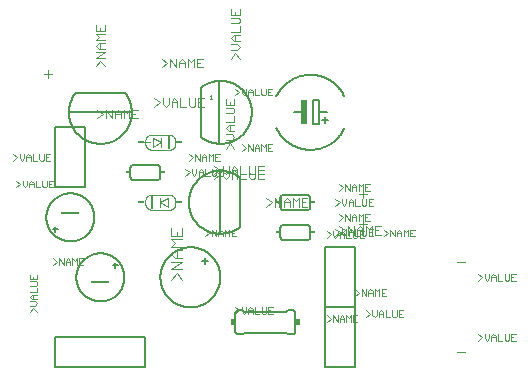
<source format=gto>
G75*
%MOIN*%
%OFA0B0*%
%FSLAX25Y25*%
%IPPOS*%
%LPD*%
%AMOC8*
5,1,8,0,0,1.08239X$1,22.5*
%
%ADD10C,0.00600*%
%ADD11C,0.00200*%
%ADD12R,0.06400X0.01000*%
%ADD13R,0.02000X0.08000*%
%ADD14C,0.00300*%
%ADD15C,0.00400*%
%ADD16R,0.01000X0.05000*%
%ADD17R,0.02200X0.00800*%
%ADD18R,0.01500X0.01000*%
%ADD19R,0.01500X0.02000*%
%ADD20C,0.00500*%
%ADD21C,0.00100*%
D10*
X0060318Y0053886D02*
X0060320Y0054082D01*
X0060328Y0054279D01*
X0060340Y0054475D01*
X0060357Y0054670D01*
X0060378Y0054865D01*
X0060405Y0055060D01*
X0060436Y0055254D01*
X0060472Y0055447D01*
X0060512Y0055639D01*
X0060558Y0055830D01*
X0060608Y0056020D01*
X0060662Y0056208D01*
X0060722Y0056395D01*
X0060786Y0056581D01*
X0060854Y0056765D01*
X0060927Y0056947D01*
X0061004Y0057128D01*
X0061086Y0057306D01*
X0061172Y0057483D01*
X0061263Y0057657D01*
X0061357Y0057829D01*
X0061456Y0057999D01*
X0061559Y0058166D01*
X0061666Y0058331D01*
X0061777Y0058492D01*
X0061892Y0058652D01*
X0062011Y0058808D01*
X0062134Y0058961D01*
X0062260Y0059111D01*
X0062390Y0059258D01*
X0062524Y0059402D01*
X0062661Y0059543D01*
X0062802Y0059680D01*
X0062946Y0059814D01*
X0063093Y0059944D01*
X0063243Y0060070D01*
X0063396Y0060193D01*
X0063552Y0060312D01*
X0063712Y0060427D01*
X0063873Y0060538D01*
X0064038Y0060645D01*
X0064205Y0060748D01*
X0064375Y0060847D01*
X0064547Y0060941D01*
X0064721Y0061032D01*
X0064898Y0061118D01*
X0065076Y0061200D01*
X0065257Y0061277D01*
X0065439Y0061350D01*
X0065623Y0061418D01*
X0065809Y0061482D01*
X0065996Y0061542D01*
X0066184Y0061596D01*
X0066374Y0061646D01*
X0066565Y0061692D01*
X0066757Y0061732D01*
X0066950Y0061768D01*
X0067144Y0061799D01*
X0067339Y0061826D01*
X0067534Y0061847D01*
X0067729Y0061864D01*
X0067925Y0061876D01*
X0068122Y0061884D01*
X0068318Y0061886D01*
X0068514Y0061884D01*
X0068711Y0061876D01*
X0068907Y0061864D01*
X0069102Y0061847D01*
X0069297Y0061826D01*
X0069492Y0061799D01*
X0069686Y0061768D01*
X0069879Y0061732D01*
X0070071Y0061692D01*
X0070262Y0061646D01*
X0070452Y0061596D01*
X0070640Y0061542D01*
X0070827Y0061482D01*
X0071013Y0061418D01*
X0071197Y0061350D01*
X0071379Y0061277D01*
X0071560Y0061200D01*
X0071738Y0061118D01*
X0071915Y0061032D01*
X0072089Y0060941D01*
X0072261Y0060847D01*
X0072431Y0060748D01*
X0072598Y0060645D01*
X0072763Y0060538D01*
X0072924Y0060427D01*
X0073084Y0060312D01*
X0073240Y0060193D01*
X0073393Y0060070D01*
X0073543Y0059944D01*
X0073690Y0059814D01*
X0073834Y0059680D01*
X0073975Y0059543D01*
X0074112Y0059402D01*
X0074246Y0059258D01*
X0074376Y0059111D01*
X0074502Y0058961D01*
X0074625Y0058808D01*
X0074744Y0058652D01*
X0074859Y0058492D01*
X0074970Y0058331D01*
X0075077Y0058166D01*
X0075180Y0057999D01*
X0075279Y0057829D01*
X0075373Y0057657D01*
X0075464Y0057483D01*
X0075550Y0057306D01*
X0075632Y0057128D01*
X0075709Y0056947D01*
X0075782Y0056765D01*
X0075850Y0056581D01*
X0075914Y0056395D01*
X0075974Y0056208D01*
X0076028Y0056020D01*
X0076078Y0055830D01*
X0076124Y0055639D01*
X0076164Y0055447D01*
X0076200Y0055254D01*
X0076231Y0055060D01*
X0076258Y0054865D01*
X0076279Y0054670D01*
X0076296Y0054475D01*
X0076308Y0054279D01*
X0076316Y0054082D01*
X0076318Y0053886D01*
X0076316Y0053690D01*
X0076308Y0053493D01*
X0076296Y0053297D01*
X0076279Y0053102D01*
X0076258Y0052907D01*
X0076231Y0052712D01*
X0076200Y0052518D01*
X0076164Y0052325D01*
X0076124Y0052133D01*
X0076078Y0051942D01*
X0076028Y0051752D01*
X0075974Y0051564D01*
X0075914Y0051377D01*
X0075850Y0051191D01*
X0075782Y0051007D01*
X0075709Y0050825D01*
X0075632Y0050644D01*
X0075550Y0050466D01*
X0075464Y0050289D01*
X0075373Y0050115D01*
X0075279Y0049943D01*
X0075180Y0049773D01*
X0075077Y0049606D01*
X0074970Y0049441D01*
X0074859Y0049280D01*
X0074744Y0049120D01*
X0074625Y0048964D01*
X0074502Y0048811D01*
X0074376Y0048661D01*
X0074246Y0048514D01*
X0074112Y0048370D01*
X0073975Y0048229D01*
X0073834Y0048092D01*
X0073690Y0047958D01*
X0073543Y0047828D01*
X0073393Y0047702D01*
X0073240Y0047579D01*
X0073084Y0047460D01*
X0072924Y0047345D01*
X0072763Y0047234D01*
X0072598Y0047127D01*
X0072431Y0047024D01*
X0072261Y0046925D01*
X0072089Y0046831D01*
X0071915Y0046740D01*
X0071738Y0046654D01*
X0071560Y0046572D01*
X0071379Y0046495D01*
X0071197Y0046422D01*
X0071013Y0046354D01*
X0070827Y0046290D01*
X0070640Y0046230D01*
X0070452Y0046176D01*
X0070262Y0046126D01*
X0070071Y0046080D01*
X0069879Y0046040D01*
X0069686Y0046004D01*
X0069492Y0045973D01*
X0069297Y0045946D01*
X0069102Y0045925D01*
X0068907Y0045908D01*
X0068711Y0045896D01*
X0068514Y0045888D01*
X0068318Y0045886D01*
X0068122Y0045888D01*
X0067925Y0045896D01*
X0067729Y0045908D01*
X0067534Y0045925D01*
X0067339Y0045946D01*
X0067144Y0045973D01*
X0066950Y0046004D01*
X0066757Y0046040D01*
X0066565Y0046080D01*
X0066374Y0046126D01*
X0066184Y0046176D01*
X0065996Y0046230D01*
X0065809Y0046290D01*
X0065623Y0046354D01*
X0065439Y0046422D01*
X0065257Y0046495D01*
X0065076Y0046572D01*
X0064898Y0046654D01*
X0064721Y0046740D01*
X0064547Y0046831D01*
X0064375Y0046925D01*
X0064205Y0047024D01*
X0064038Y0047127D01*
X0063873Y0047234D01*
X0063712Y0047345D01*
X0063552Y0047460D01*
X0063396Y0047579D01*
X0063243Y0047702D01*
X0063093Y0047828D01*
X0062946Y0047958D01*
X0062802Y0048092D01*
X0062661Y0048229D01*
X0062524Y0048370D01*
X0062390Y0048514D01*
X0062260Y0048661D01*
X0062134Y0048811D01*
X0062011Y0048964D01*
X0061892Y0049120D01*
X0061777Y0049280D01*
X0061666Y0049441D01*
X0061559Y0049606D01*
X0061456Y0049773D01*
X0061357Y0049943D01*
X0061263Y0050115D01*
X0061172Y0050289D01*
X0061086Y0050466D01*
X0061004Y0050644D01*
X0060927Y0050825D01*
X0060854Y0051007D01*
X0060786Y0051191D01*
X0060722Y0051377D01*
X0060662Y0051564D01*
X0060608Y0051752D01*
X0060558Y0051942D01*
X0060512Y0052133D01*
X0060472Y0052325D01*
X0060436Y0052518D01*
X0060405Y0052712D01*
X0060378Y0052907D01*
X0060357Y0053102D01*
X0060340Y0053297D01*
X0060328Y0053493D01*
X0060320Y0053690D01*
X0060318Y0053886D01*
X0072568Y0057886D02*
X0073318Y0057886D01*
X0074068Y0057886D01*
X0073318Y0057886D02*
X0073318Y0057136D01*
X0073318Y0057886D02*
X0073318Y0058636D01*
X0050318Y0073886D02*
X0050320Y0074082D01*
X0050328Y0074279D01*
X0050340Y0074475D01*
X0050357Y0074670D01*
X0050378Y0074865D01*
X0050405Y0075060D01*
X0050436Y0075254D01*
X0050472Y0075447D01*
X0050512Y0075639D01*
X0050558Y0075830D01*
X0050608Y0076020D01*
X0050662Y0076208D01*
X0050722Y0076395D01*
X0050786Y0076581D01*
X0050854Y0076765D01*
X0050927Y0076947D01*
X0051004Y0077128D01*
X0051086Y0077306D01*
X0051172Y0077483D01*
X0051263Y0077657D01*
X0051357Y0077829D01*
X0051456Y0077999D01*
X0051559Y0078166D01*
X0051666Y0078331D01*
X0051777Y0078492D01*
X0051892Y0078652D01*
X0052011Y0078808D01*
X0052134Y0078961D01*
X0052260Y0079111D01*
X0052390Y0079258D01*
X0052524Y0079402D01*
X0052661Y0079543D01*
X0052802Y0079680D01*
X0052946Y0079814D01*
X0053093Y0079944D01*
X0053243Y0080070D01*
X0053396Y0080193D01*
X0053552Y0080312D01*
X0053712Y0080427D01*
X0053873Y0080538D01*
X0054038Y0080645D01*
X0054205Y0080748D01*
X0054375Y0080847D01*
X0054547Y0080941D01*
X0054721Y0081032D01*
X0054898Y0081118D01*
X0055076Y0081200D01*
X0055257Y0081277D01*
X0055439Y0081350D01*
X0055623Y0081418D01*
X0055809Y0081482D01*
X0055996Y0081542D01*
X0056184Y0081596D01*
X0056374Y0081646D01*
X0056565Y0081692D01*
X0056757Y0081732D01*
X0056950Y0081768D01*
X0057144Y0081799D01*
X0057339Y0081826D01*
X0057534Y0081847D01*
X0057729Y0081864D01*
X0057925Y0081876D01*
X0058122Y0081884D01*
X0058318Y0081886D01*
X0058514Y0081884D01*
X0058711Y0081876D01*
X0058907Y0081864D01*
X0059102Y0081847D01*
X0059297Y0081826D01*
X0059492Y0081799D01*
X0059686Y0081768D01*
X0059879Y0081732D01*
X0060071Y0081692D01*
X0060262Y0081646D01*
X0060452Y0081596D01*
X0060640Y0081542D01*
X0060827Y0081482D01*
X0061013Y0081418D01*
X0061197Y0081350D01*
X0061379Y0081277D01*
X0061560Y0081200D01*
X0061738Y0081118D01*
X0061915Y0081032D01*
X0062089Y0080941D01*
X0062261Y0080847D01*
X0062431Y0080748D01*
X0062598Y0080645D01*
X0062763Y0080538D01*
X0062924Y0080427D01*
X0063084Y0080312D01*
X0063240Y0080193D01*
X0063393Y0080070D01*
X0063543Y0079944D01*
X0063690Y0079814D01*
X0063834Y0079680D01*
X0063975Y0079543D01*
X0064112Y0079402D01*
X0064246Y0079258D01*
X0064376Y0079111D01*
X0064502Y0078961D01*
X0064625Y0078808D01*
X0064744Y0078652D01*
X0064859Y0078492D01*
X0064970Y0078331D01*
X0065077Y0078166D01*
X0065180Y0077999D01*
X0065279Y0077829D01*
X0065373Y0077657D01*
X0065464Y0077483D01*
X0065550Y0077306D01*
X0065632Y0077128D01*
X0065709Y0076947D01*
X0065782Y0076765D01*
X0065850Y0076581D01*
X0065914Y0076395D01*
X0065974Y0076208D01*
X0066028Y0076020D01*
X0066078Y0075830D01*
X0066124Y0075639D01*
X0066164Y0075447D01*
X0066200Y0075254D01*
X0066231Y0075060D01*
X0066258Y0074865D01*
X0066279Y0074670D01*
X0066296Y0074475D01*
X0066308Y0074279D01*
X0066316Y0074082D01*
X0066318Y0073886D01*
X0066316Y0073690D01*
X0066308Y0073493D01*
X0066296Y0073297D01*
X0066279Y0073102D01*
X0066258Y0072907D01*
X0066231Y0072712D01*
X0066200Y0072518D01*
X0066164Y0072325D01*
X0066124Y0072133D01*
X0066078Y0071942D01*
X0066028Y0071752D01*
X0065974Y0071564D01*
X0065914Y0071377D01*
X0065850Y0071191D01*
X0065782Y0071007D01*
X0065709Y0070825D01*
X0065632Y0070644D01*
X0065550Y0070466D01*
X0065464Y0070289D01*
X0065373Y0070115D01*
X0065279Y0069943D01*
X0065180Y0069773D01*
X0065077Y0069606D01*
X0064970Y0069441D01*
X0064859Y0069280D01*
X0064744Y0069120D01*
X0064625Y0068964D01*
X0064502Y0068811D01*
X0064376Y0068661D01*
X0064246Y0068514D01*
X0064112Y0068370D01*
X0063975Y0068229D01*
X0063834Y0068092D01*
X0063690Y0067958D01*
X0063543Y0067828D01*
X0063393Y0067702D01*
X0063240Y0067579D01*
X0063084Y0067460D01*
X0062924Y0067345D01*
X0062763Y0067234D01*
X0062598Y0067127D01*
X0062431Y0067024D01*
X0062261Y0066925D01*
X0062089Y0066831D01*
X0061915Y0066740D01*
X0061738Y0066654D01*
X0061560Y0066572D01*
X0061379Y0066495D01*
X0061197Y0066422D01*
X0061013Y0066354D01*
X0060827Y0066290D01*
X0060640Y0066230D01*
X0060452Y0066176D01*
X0060262Y0066126D01*
X0060071Y0066080D01*
X0059879Y0066040D01*
X0059686Y0066004D01*
X0059492Y0065973D01*
X0059297Y0065946D01*
X0059102Y0065925D01*
X0058907Y0065908D01*
X0058711Y0065896D01*
X0058514Y0065888D01*
X0058318Y0065886D01*
X0058122Y0065888D01*
X0057925Y0065896D01*
X0057729Y0065908D01*
X0057534Y0065925D01*
X0057339Y0065946D01*
X0057144Y0065973D01*
X0056950Y0066004D01*
X0056757Y0066040D01*
X0056565Y0066080D01*
X0056374Y0066126D01*
X0056184Y0066176D01*
X0055996Y0066230D01*
X0055809Y0066290D01*
X0055623Y0066354D01*
X0055439Y0066422D01*
X0055257Y0066495D01*
X0055076Y0066572D01*
X0054898Y0066654D01*
X0054721Y0066740D01*
X0054547Y0066831D01*
X0054375Y0066925D01*
X0054205Y0067024D01*
X0054038Y0067127D01*
X0053873Y0067234D01*
X0053712Y0067345D01*
X0053552Y0067460D01*
X0053396Y0067579D01*
X0053243Y0067702D01*
X0053093Y0067828D01*
X0052946Y0067958D01*
X0052802Y0068092D01*
X0052661Y0068229D01*
X0052524Y0068370D01*
X0052390Y0068514D01*
X0052260Y0068661D01*
X0052134Y0068811D01*
X0052011Y0068964D01*
X0051892Y0069120D01*
X0051777Y0069280D01*
X0051666Y0069441D01*
X0051559Y0069606D01*
X0051456Y0069773D01*
X0051357Y0069943D01*
X0051263Y0070115D01*
X0051172Y0070289D01*
X0051086Y0070466D01*
X0051004Y0070644D01*
X0050927Y0070825D01*
X0050854Y0071007D01*
X0050786Y0071191D01*
X0050722Y0071377D01*
X0050662Y0071564D01*
X0050608Y0071752D01*
X0050558Y0071942D01*
X0050512Y0072133D01*
X0050472Y0072325D01*
X0050436Y0072518D01*
X0050405Y0072712D01*
X0050378Y0072907D01*
X0050357Y0073102D01*
X0050340Y0073297D01*
X0050328Y0073493D01*
X0050320Y0073690D01*
X0050318Y0073886D01*
X0053318Y0070636D02*
X0053318Y0069886D01*
X0052568Y0069886D01*
X0053318Y0069886D02*
X0054068Y0069886D01*
X0053318Y0069886D02*
X0053318Y0069136D01*
X0078318Y0087386D02*
X0078318Y0090386D01*
X0078320Y0090446D01*
X0078325Y0090507D01*
X0078334Y0090566D01*
X0078347Y0090625D01*
X0078363Y0090684D01*
X0078383Y0090741D01*
X0078406Y0090796D01*
X0078433Y0090851D01*
X0078462Y0090903D01*
X0078495Y0090954D01*
X0078531Y0091003D01*
X0078569Y0091049D01*
X0078611Y0091093D01*
X0078655Y0091135D01*
X0078701Y0091173D01*
X0078750Y0091209D01*
X0078801Y0091242D01*
X0078853Y0091271D01*
X0078908Y0091298D01*
X0078963Y0091321D01*
X0079020Y0091341D01*
X0079079Y0091357D01*
X0079138Y0091370D01*
X0079197Y0091379D01*
X0079258Y0091384D01*
X0079318Y0091386D01*
X0087318Y0091386D01*
X0087378Y0091384D01*
X0087439Y0091379D01*
X0087498Y0091370D01*
X0087557Y0091357D01*
X0087616Y0091341D01*
X0087673Y0091321D01*
X0087728Y0091298D01*
X0087783Y0091271D01*
X0087835Y0091242D01*
X0087886Y0091209D01*
X0087935Y0091173D01*
X0087981Y0091135D01*
X0088025Y0091093D01*
X0088067Y0091049D01*
X0088105Y0091003D01*
X0088141Y0090954D01*
X0088174Y0090903D01*
X0088203Y0090851D01*
X0088230Y0090796D01*
X0088253Y0090741D01*
X0088273Y0090684D01*
X0088289Y0090625D01*
X0088302Y0090566D01*
X0088311Y0090507D01*
X0088316Y0090446D01*
X0088318Y0090386D01*
X0088318Y0087386D01*
X0088316Y0087326D01*
X0088311Y0087265D01*
X0088302Y0087206D01*
X0088289Y0087147D01*
X0088273Y0087088D01*
X0088253Y0087031D01*
X0088230Y0086976D01*
X0088203Y0086921D01*
X0088174Y0086869D01*
X0088141Y0086818D01*
X0088105Y0086769D01*
X0088067Y0086723D01*
X0088025Y0086679D01*
X0087981Y0086637D01*
X0087935Y0086599D01*
X0087886Y0086563D01*
X0087835Y0086530D01*
X0087783Y0086501D01*
X0087728Y0086474D01*
X0087673Y0086451D01*
X0087616Y0086431D01*
X0087557Y0086415D01*
X0087498Y0086402D01*
X0087439Y0086393D01*
X0087378Y0086388D01*
X0087318Y0086386D01*
X0079318Y0086386D01*
X0079258Y0086388D01*
X0079197Y0086393D01*
X0079138Y0086402D01*
X0079079Y0086415D01*
X0079020Y0086431D01*
X0078963Y0086451D01*
X0078908Y0086474D01*
X0078853Y0086501D01*
X0078801Y0086530D01*
X0078750Y0086563D01*
X0078701Y0086599D01*
X0078655Y0086637D01*
X0078611Y0086679D01*
X0078569Y0086723D01*
X0078531Y0086769D01*
X0078495Y0086818D01*
X0078462Y0086869D01*
X0078433Y0086921D01*
X0078406Y0086976D01*
X0078383Y0087031D01*
X0078363Y0087088D01*
X0078347Y0087147D01*
X0078334Y0087206D01*
X0078325Y0087265D01*
X0078320Y0087326D01*
X0078318Y0087386D01*
X0078320Y0087326D01*
X0078325Y0087265D01*
X0078334Y0087206D01*
X0078347Y0087147D01*
X0078363Y0087088D01*
X0078383Y0087031D01*
X0078406Y0086976D01*
X0078433Y0086921D01*
X0078462Y0086869D01*
X0078495Y0086818D01*
X0078531Y0086769D01*
X0078569Y0086723D01*
X0078611Y0086679D01*
X0078655Y0086637D01*
X0078701Y0086599D01*
X0078750Y0086563D01*
X0078801Y0086530D01*
X0078853Y0086501D01*
X0078908Y0086474D01*
X0078963Y0086451D01*
X0079020Y0086431D01*
X0079079Y0086415D01*
X0079138Y0086402D01*
X0079197Y0086393D01*
X0079258Y0086388D01*
X0079318Y0086386D01*
X0078318Y0090386D02*
X0078320Y0090446D01*
X0078325Y0090507D01*
X0078334Y0090566D01*
X0078347Y0090625D01*
X0078363Y0090684D01*
X0078383Y0090741D01*
X0078406Y0090796D01*
X0078433Y0090851D01*
X0078462Y0090903D01*
X0078495Y0090954D01*
X0078531Y0091003D01*
X0078569Y0091049D01*
X0078611Y0091093D01*
X0078655Y0091135D01*
X0078701Y0091173D01*
X0078750Y0091209D01*
X0078801Y0091242D01*
X0078853Y0091271D01*
X0078908Y0091298D01*
X0078963Y0091321D01*
X0079020Y0091341D01*
X0079079Y0091357D01*
X0079138Y0091370D01*
X0079197Y0091379D01*
X0079258Y0091384D01*
X0079318Y0091386D01*
X0087318Y0091386D02*
X0087378Y0091384D01*
X0087439Y0091379D01*
X0087498Y0091370D01*
X0087557Y0091357D01*
X0087616Y0091341D01*
X0087673Y0091321D01*
X0087728Y0091298D01*
X0087783Y0091271D01*
X0087835Y0091242D01*
X0087886Y0091209D01*
X0087935Y0091173D01*
X0087981Y0091135D01*
X0088025Y0091093D01*
X0088067Y0091049D01*
X0088105Y0091003D01*
X0088141Y0090954D01*
X0088174Y0090903D01*
X0088203Y0090851D01*
X0088230Y0090796D01*
X0088253Y0090741D01*
X0088273Y0090684D01*
X0088289Y0090625D01*
X0088302Y0090566D01*
X0088311Y0090507D01*
X0088316Y0090446D01*
X0088318Y0090386D01*
X0088318Y0087386D02*
X0088316Y0087326D01*
X0088311Y0087265D01*
X0088302Y0087206D01*
X0088289Y0087147D01*
X0088273Y0087088D01*
X0088253Y0087031D01*
X0088230Y0086976D01*
X0088203Y0086921D01*
X0088174Y0086869D01*
X0088141Y0086818D01*
X0088105Y0086769D01*
X0088067Y0086723D01*
X0088025Y0086679D01*
X0087981Y0086637D01*
X0087935Y0086599D01*
X0087886Y0086563D01*
X0087835Y0086530D01*
X0087783Y0086501D01*
X0087728Y0086474D01*
X0087673Y0086451D01*
X0087616Y0086431D01*
X0087557Y0086415D01*
X0087498Y0086402D01*
X0087439Y0086393D01*
X0087378Y0086388D01*
X0087318Y0086386D01*
X0103318Y0060386D02*
X0103318Y0059386D01*
X0104318Y0059386D01*
X0103318Y0059386D02*
X0103318Y0058386D01*
X0103318Y0059386D02*
X0102318Y0059386D01*
X0088318Y0053886D02*
X0088321Y0054131D01*
X0088330Y0054377D01*
X0088345Y0054622D01*
X0088366Y0054866D01*
X0088393Y0055110D01*
X0088426Y0055353D01*
X0088465Y0055596D01*
X0088510Y0055837D01*
X0088561Y0056077D01*
X0088618Y0056316D01*
X0088680Y0056553D01*
X0088749Y0056789D01*
X0088823Y0057023D01*
X0088903Y0057255D01*
X0088988Y0057485D01*
X0089079Y0057713D01*
X0089176Y0057938D01*
X0089278Y0058162D01*
X0089386Y0058382D01*
X0089499Y0058600D01*
X0089617Y0058815D01*
X0089741Y0059027D01*
X0089869Y0059236D01*
X0090003Y0059442D01*
X0090142Y0059644D01*
X0090286Y0059843D01*
X0090435Y0060038D01*
X0090588Y0060230D01*
X0090746Y0060418D01*
X0090908Y0060602D01*
X0091076Y0060781D01*
X0091247Y0060957D01*
X0091423Y0061128D01*
X0091602Y0061296D01*
X0091786Y0061458D01*
X0091974Y0061616D01*
X0092166Y0061769D01*
X0092361Y0061918D01*
X0092560Y0062062D01*
X0092762Y0062201D01*
X0092968Y0062335D01*
X0093177Y0062463D01*
X0093389Y0062587D01*
X0093604Y0062705D01*
X0093822Y0062818D01*
X0094042Y0062926D01*
X0094266Y0063028D01*
X0094491Y0063125D01*
X0094719Y0063216D01*
X0094949Y0063301D01*
X0095181Y0063381D01*
X0095415Y0063455D01*
X0095651Y0063524D01*
X0095888Y0063586D01*
X0096127Y0063643D01*
X0096367Y0063694D01*
X0096608Y0063739D01*
X0096851Y0063778D01*
X0097094Y0063811D01*
X0097338Y0063838D01*
X0097582Y0063859D01*
X0097827Y0063874D01*
X0098073Y0063883D01*
X0098318Y0063886D01*
X0098563Y0063883D01*
X0098809Y0063874D01*
X0099054Y0063859D01*
X0099298Y0063838D01*
X0099542Y0063811D01*
X0099785Y0063778D01*
X0100028Y0063739D01*
X0100269Y0063694D01*
X0100509Y0063643D01*
X0100748Y0063586D01*
X0100985Y0063524D01*
X0101221Y0063455D01*
X0101455Y0063381D01*
X0101687Y0063301D01*
X0101917Y0063216D01*
X0102145Y0063125D01*
X0102370Y0063028D01*
X0102594Y0062926D01*
X0102814Y0062818D01*
X0103032Y0062705D01*
X0103247Y0062587D01*
X0103459Y0062463D01*
X0103668Y0062335D01*
X0103874Y0062201D01*
X0104076Y0062062D01*
X0104275Y0061918D01*
X0104470Y0061769D01*
X0104662Y0061616D01*
X0104850Y0061458D01*
X0105034Y0061296D01*
X0105213Y0061128D01*
X0105389Y0060957D01*
X0105560Y0060781D01*
X0105728Y0060602D01*
X0105890Y0060418D01*
X0106048Y0060230D01*
X0106201Y0060038D01*
X0106350Y0059843D01*
X0106494Y0059644D01*
X0106633Y0059442D01*
X0106767Y0059236D01*
X0106895Y0059027D01*
X0107019Y0058815D01*
X0107137Y0058600D01*
X0107250Y0058382D01*
X0107358Y0058162D01*
X0107460Y0057938D01*
X0107557Y0057713D01*
X0107648Y0057485D01*
X0107733Y0057255D01*
X0107813Y0057023D01*
X0107887Y0056789D01*
X0107956Y0056553D01*
X0108018Y0056316D01*
X0108075Y0056077D01*
X0108126Y0055837D01*
X0108171Y0055596D01*
X0108210Y0055353D01*
X0108243Y0055110D01*
X0108270Y0054866D01*
X0108291Y0054622D01*
X0108306Y0054377D01*
X0108315Y0054131D01*
X0108318Y0053886D01*
X0108315Y0053641D01*
X0108306Y0053395D01*
X0108291Y0053150D01*
X0108270Y0052906D01*
X0108243Y0052662D01*
X0108210Y0052419D01*
X0108171Y0052176D01*
X0108126Y0051935D01*
X0108075Y0051695D01*
X0108018Y0051456D01*
X0107956Y0051219D01*
X0107887Y0050983D01*
X0107813Y0050749D01*
X0107733Y0050517D01*
X0107648Y0050287D01*
X0107557Y0050059D01*
X0107460Y0049834D01*
X0107358Y0049610D01*
X0107250Y0049390D01*
X0107137Y0049172D01*
X0107019Y0048957D01*
X0106895Y0048745D01*
X0106767Y0048536D01*
X0106633Y0048330D01*
X0106494Y0048128D01*
X0106350Y0047929D01*
X0106201Y0047734D01*
X0106048Y0047542D01*
X0105890Y0047354D01*
X0105728Y0047170D01*
X0105560Y0046991D01*
X0105389Y0046815D01*
X0105213Y0046644D01*
X0105034Y0046476D01*
X0104850Y0046314D01*
X0104662Y0046156D01*
X0104470Y0046003D01*
X0104275Y0045854D01*
X0104076Y0045710D01*
X0103874Y0045571D01*
X0103668Y0045437D01*
X0103459Y0045309D01*
X0103247Y0045185D01*
X0103032Y0045067D01*
X0102814Y0044954D01*
X0102594Y0044846D01*
X0102370Y0044744D01*
X0102145Y0044647D01*
X0101917Y0044556D01*
X0101687Y0044471D01*
X0101455Y0044391D01*
X0101221Y0044317D01*
X0100985Y0044248D01*
X0100748Y0044186D01*
X0100509Y0044129D01*
X0100269Y0044078D01*
X0100028Y0044033D01*
X0099785Y0043994D01*
X0099542Y0043961D01*
X0099298Y0043934D01*
X0099054Y0043913D01*
X0098809Y0043898D01*
X0098563Y0043889D01*
X0098318Y0043886D01*
X0098073Y0043889D01*
X0097827Y0043898D01*
X0097582Y0043913D01*
X0097338Y0043934D01*
X0097094Y0043961D01*
X0096851Y0043994D01*
X0096608Y0044033D01*
X0096367Y0044078D01*
X0096127Y0044129D01*
X0095888Y0044186D01*
X0095651Y0044248D01*
X0095415Y0044317D01*
X0095181Y0044391D01*
X0094949Y0044471D01*
X0094719Y0044556D01*
X0094491Y0044647D01*
X0094266Y0044744D01*
X0094042Y0044846D01*
X0093822Y0044954D01*
X0093604Y0045067D01*
X0093389Y0045185D01*
X0093177Y0045309D01*
X0092968Y0045437D01*
X0092762Y0045571D01*
X0092560Y0045710D01*
X0092361Y0045854D01*
X0092166Y0046003D01*
X0091974Y0046156D01*
X0091786Y0046314D01*
X0091602Y0046476D01*
X0091423Y0046644D01*
X0091247Y0046815D01*
X0091076Y0046991D01*
X0090908Y0047170D01*
X0090746Y0047354D01*
X0090588Y0047542D01*
X0090435Y0047734D01*
X0090286Y0047929D01*
X0090142Y0048128D01*
X0090003Y0048330D01*
X0089869Y0048536D01*
X0089741Y0048745D01*
X0089617Y0048957D01*
X0089499Y0049172D01*
X0089386Y0049390D01*
X0089278Y0049610D01*
X0089176Y0049834D01*
X0089079Y0050059D01*
X0088988Y0050287D01*
X0088903Y0050517D01*
X0088823Y0050749D01*
X0088749Y0050983D01*
X0088680Y0051219D01*
X0088618Y0051456D01*
X0088561Y0051695D01*
X0088510Y0051935D01*
X0088465Y0052176D01*
X0088426Y0052419D01*
X0088393Y0052662D01*
X0088366Y0052906D01*
X0088345Y0053150D01*
X0088330Y0053395D01*
X0088321Y0053641D01*
X0088318Y0053886D01*
X0113318Y0041886D02*
X0113318Y0035886D01*
X0113320Y0035826D01*
X0113325Y0035765D01*
X0113334Y0035706D01*
X0113347Y0035647D01*
X0113363Y0035588D01*
X0113383Y0035531D01*
X0113406Y0035476D01*
X0113433Y0035421D01*
X0113462Y0035369D01*
X0113495Y0035318D01*
X0113531Y0035269D01*
X0113569Y0035223D01*
X0113611Y0035179D01*
X0113655Y0035137D01*
X0113701Y0035099D01*
X0113750Y0035063D01*
X0113801Y0035030D01*
X0113853Y0035001D01*
X0113908Y0034974D01*
X0113963Y0034951D01*
X0114020Y0034931D01*
X0114079Y0034915D01*
X0114138Y0034902D01*
X0114197Y0034893D01*
X0114258Y0034888D01*
X0114318Y0034886D01*
X0115818Y0034886D01*
X0116318Y0035386D01*
X0130318Y0035386D01*
X0130818Y0034886D01*
X0132318Y0034886D01*
X0132378Y0034888D01*
X0132439Y0034893D01*
X0132498Y0034902D01*
X0132557Y0034915D01*
X0132616Y0034931D01*
X0132673Y0034951D01*
X0132728Y0034974D01*
X0132783Y0035001D01*
X0132835Y0035030D01*
X0132886Y0035063D01*
X0132935Y0035099D01*
X0132981Y0035137D01*
X0133025Y0035179D01*
X0133067Y0035223D01*
X0133105Y0035269D01*
X0133141Y0035318D01*
X0133174Y0035369D01*
X0133203Y0035421D01*
X0133230Y0035476D01*
X0133253Y0035531D01*
X0133273Y0035588D01*
X0133289Y0035647D01*
X0133302Y0035706D01*
X0133311Y0035765D01*
X0133316Y0035826D01*
X0133318Y0035886D01*
X0133318Y0041886D01*
X0133316Y0041946D01*
X0133311Y0042007D01*
X0133302Y0042066D01*
X0133289Y0042125D01*
X0133273Y0042184D01*
X0133253Y0042241D01*
X0133230Y0042296D01*
X0133203Y0042351D01*
X0133174Y0042403D01*
X0133141Y0042454D01*
X0133105Y0042503D01*
X0133067Y0042549D01*
X0133025Y0042593D01*
X0132981Y0042635D01*
X0132935Y0042673D01*
X0132886Y0042709D01*
X0132835Y0042742D01*
X0132783Y0042771D01*
X0132728Y0042798D01*
X0132673Y0042821D01*
X0132616Y0042841D01*
X0132557Y0042857D01*
X0132498Y0042870D01*
X0132439Y0042879D01*
X0132378Y0042884D01*
X0132318Y0042886D01*
X0130818Y0042886D01*
X0130318Y0042386D01*
X0116318Y0042386D01*
X0115818Y0042886D01*
X0114318Y0042886D01*
X0114258Y0042884D01*
X0114197Y0042879D01*
X0114138Y0042870D01*
X0114079Y0042857D01*
X0114020Y0042841D01*
X0113963Y0042821D01*
X0113908Y0042798D01*
X0113853Y0042771D01*
X0113801Y0042742D01*
X0113750Y0042709D01*
X0113701Y0042673D01*
X0113655Y0042635D01*
X0113611Y0042593D01*
X0113569Y0042549D01*
X0113531Y0042503D01*
X0113495Y0042454D01*
X0113462Y0042403D01*
X0113433Y0042351D01*
X0113406Y0042296D01*
X0113383Y0042241D01*
X0113363Y0042184D01*
X0113347Y0042125D01*
X0113334Y0042066D01*
X0113325Y0042007D01*
X0113320Y0041946D01*
X0113318Y0041886D01*
X0113320Y0041946D01*
X0113325Y0042007D01*
X0113334Y0042066D01*
X0113347Y0042125D01*
X0113363Y0042184D01*
X0113383Y0042241D01*
X0113406Y0042296D01*
X0113433Y0042351D01*
X0113462Y0042403D01*
X0113495Y0042454D01*
X0113531Y0042503D01*
X0113569Y0042549D01*
X0113611Y0042593D01*
X0113655Y0042635D01*
X0113701Y0042673D01*
X0113750Y0042709D01*
X0113801Y0042742D01*
X0113853Y0042771D01*
X0113908Y0042798D01*
X0113963Y0042821D01*
X0114020Y0042841D01*
X0114079Y0042857D01*
X0114138Y0042870D01*
X0114197Y0042879D01*
X0114258Y0042884D01*
X0114318Y0042886D01*
X0113318Y0035886D02*
X0113320Y0035826D01*
X0113325Y0035765D01*
X0113334Y0035706D01*
X0113347Y0035647D01*
X0113363Y0035588D01*
X0113383Y0035531D01*
X0113406Y0035476D01*
X0113433Y0035421D01*
X0113462Y0035369D01*
X0113495Y0035318D01*
X0113531Y0035269D01*
X0113569Y0035223D01*
X0113611Y0035179D01*
X0113655Y0035137D01*
X0113701Y0035099D01*
X0113750Y0035063D01*
X0113801Y0035030D01*
X0113853Y0035001D01*
X0113908Y0034974D01*
X0113963Y0034951D01*
X0114020Y0034931D01*
X0114079Y0034915D01*
X0114138Y0034902D01*
X0114197Y0034893D01*
X0114258Y0034888D01*
X0114318Y0034886D01*
X0132318Y0034886D02*
X0132378Y0034888D01*
X0132439Y0034893D01*
X0132498Y0034902D01*
X0132557Y0034915D01*
X0132616Y0034931D01*
X0132673Y0034951D01*
X0132728Y0034974D01*
X0132783Y0035001D01*
X0132835Y0035030D01*
X0132886Y0035063D01*
X0132935Y0035099D01*
X0132981Y0035137D01*
X0133025Y0035179D01*
X0133067Y0035223D01*
X0133105Y0035269D01*
X0133141Y0035318D01*
X0133174Y0035369D01*
X0133203Y0035421D01*
X0133230Y0035476D01*
X0133253Y0035531D01*
X0133273Y0035588D01*
X0133289Y0035647D01*
X0133302Y0035706D01*
X0133311Y0035765D01*
X0133316Y0035826D01*
X0133318Y0035886D01*
X0133318Y0041886D02*
X0133316Y0041946D01*
X0133311Y0042007D01*
X0133302Y0042066D01*
X0133289Y0042125D01*
X0133273Y0042184D01*
X0133253Y0042241D01*
X0133230Y0042296D01*
X0133203Y0042351D01*
X0133174Y0042403D01*
X0133141Y0042454D01*
X0133105Y0042503D01*
X0133067Y0042549D01*
X0133025Y0042593D01*
X0132981Y0042635D01*
X0132935Y0042673D01*
X0132886Y0042709D01*
X0132835Y0042742D01*
X0132783Y0042771D01*
X0132728Y0042798D01*
X0132673Y0042821D01*
X0132616Y0042841D01*
X0132557Y0042857D01*
X0132498Y0042870D01*
X0132439Y0042879D01*
X0132378Y0042884D01*
X0132318Y0042886D01*
X0129318Y0066386D02*
X0137318Y0066386D01*
X0137378Y0066388D01*
X0137439Y0066393D01*
X0137498Y0066402D01*
X0137557Y0066415D01*
X0137616Y0066431D01*
X0137673Y0066451D01*
X0137728Y0066474D01*
X0137783Y0066501D01*
X0137835Y0066530D01*
X0137886Y0066563D01*
X0137935Y0066599D01*
X0137981Y0066637D01*
X0138025Y0066679D01*
X0138067Y0066723D01*
X0138105Y0066769D01*
X0138141Y0066818D01*
X0138174Y0066869D01*
X0138203Y0066921D01*
X0138230Y0066976D01*
X0138253Y0067031D01*
X0138273Y0067088D01*
X0138289Y0067147D01*
X0138302Y0067206D01*
X0138311Y0067265D01*
X0138316Y0067326D01*
X0138318Y0067386D01*
X0138318Y0070386D01*
X0138316Y0070446D01*
X0138311Y0070507D01*
X0138302Y0070566D01*
X0138289Y0070625D01*
X0138273Y0070684D01*
X0138253Y0070741D01*
X0138230Y0070796D01*
X0138203Y0070851D01*
X0138174Y0070903D01*
X0138141Y0070954D01*
X0138105Y0071003D01*
X0138067Y0071049D01*
X0138025Y0071093D01*
X0137981Y0071135D01*
X0137935Y0071173D01*
X0137886Y0071209D01*
X0137835Y0071242D01*
X0137783Y0071271D01*
X0137728Y0071298D01*
X0137673Y0071321D01*
X0137616Y0071341D01*
X0137557Y0071357D01*
X0137498Y0071370D01*
X0137439Y0071379D01*
X0137378Y0071384D01*
X0137318Y0071386D01*
X0129318Y0071386D01*
X0129258Y0071384D01*
X0129197Y0071379D01*
X0129138Y0071370D01*
X0129079Y0071357D01*
X0129020Y0071341D01*
X0128963Y0071321D01*
X0128908Y0071298D01*
X0128853Y0071271D01*
X0128801Y0071242D01*
X0128750Y0071209D01*
X0128701Y0071173D01*
X0128655Y0071135D01*
X0128611Y0071093D01*
X0128569Y0071049D01*
X0128531Y0071003D01*
X0128495Y0070954D01*
X0128462Y0070903D01*
X0128433Y0070851D01*
X0128406Y0070796D01*
X0128383Y0070741D01*
X0128363Y0070684D01*
X0128347Y0070625D01*
X0128334Y0070566D01*
X0128325Y0070507D01*
X0128320Y0070446D01*
X0128318Y0070386D01*
X0128318Y0067386D01*
X0128320Y0067326D01*
X0128325Y0067265D01*
X0128334Y0067206D01*
X0128347Y0067147D01*
X0128363Y0067088D01*
X0128383Y0067031D01*
X0128406Y0066976D01*
X0128433Y0066921D01*
X0128462Y0066869D01*
X0128495Y0066818D01*
X0128531Y0066769D01*
X0128569Y0066723D01*
X0128611Y0066679D01*
X0128655Y0066637D01*
X0128701Y0066599D01*
X0128750Y0066563D01*
X0128801Y0066530D01*
X0128853Y0066501D01*
X0128908Y0066474D01*
X0128963Y0066451D01*
X0129020Y0066431D01*
X0129079Y0066415D01*
X0129138Y0066402D01*
X0129197Y0066393D01*
X0129258Y0066388D01*
X0129318Y0066386D01*
X0129258Y0066388D01*
X0129197Y0066393D01*
X0129138Y0066402D01*
X0129079Y0066415D01*
X0129020Y0066431D01*
X0128963Y0066451D01*
X0128908Y0066474D01*
X0128853Y0066501D01*
X0128801Y0066530D01*
X0128750Y0066563D01*
X0128701Y0066599D01*
X0128655Y0066637D01*
X0128611Y0066679D01*
X0128569Y0066723D01*
X0128531Y0066769D01*
X0128495Y0066818D01*
X0128462Y0066869D01*
X0128433Y0066921D01*
X0128406Y0066976D01*
X0128383Y0067031D01*
X0128363Y0067088D01*
X0128347Y0067147D01*
X0128334Y0067206D01*
X0128325Y0067265D01*
X0128320Y0067326D01*
X0128318Y0067386D01*
X0128318Y0070386D02*
X0128320Y0070446D01*
X0128325Y0070507D01*
X0128334Y0070566D01*
X0128347Y0070625D01*
X0128363Y0070684D01*
X0128383Y0070741D01*
X0128406Y0070796D01*
X0128433Y0070851D01*
X0128462Y0070903D01*
X0128495Y0070954D01*
X0128531Y0071003D01*
X0128569Y0071049D01*
X0128611Y0071093D01*
X0128655Y0071135D01*
X0128701Y0071173D01*
X0128750Y0071209D01*
X0128801Y0071242D01*
X0128853Y0071271D01*
X0128908Y0071298D01*
X0128963Y0071321D01*
X0129020Y0071341D01*
X0129079Y0071357D01*
X0129138Y0071370D01*
X0129197Y0071379D01*
X0129258Y0071384D01*
X0129318Y0071386D01*
X0129318Y0076386D02*
X0137318Y0076386D01*
X0137378Y0076388D01*
X0137439Y0076393D01*
X0137498Y0076402D01*
X0137557Y0076415D01*
X0137616Y0076431D01*
X0137673Y0076451D01*
X0137728Y0076474D01*
X0137783Y0076501D01*
X0137835Y0076530D01*
X0137886Y0076563D01*
X0137935Y0076599D01*
X0137981Y0076637D01*
X0138025Y0076679D01*
X0138067Y0076723D01*
X0138105Y0076769D01*
X0138141Y0076818D01*
X0138174Y0076869D01*
X0138203Y0076921D01*
X0138230Y0076976D01*
X0138253Y0077031D01*
X0138273Y0077088D01*
X0138289Y0077147D01*
X0138302Y0077206D01*
X0138311Y0077265D01*
X0138316Y0077326D01*
X0138318Y0077386D01*
X0138318Y0080386D01*
X0138316Y0080446D01*
X0138311Y0080507D01*
X0138302Y0080566D01*
X0138289Y0080625D01*
X0138273Y0080684D01*
X0138253Y0080741D01*
X0138230Y0080796D01*
X0138203Y0080851D01*
X0138174Y0080903D01*
X0138141Y0080954D01*
X0138105Y0081003D01*
X0138067Y0081049D01*
X0138025Y0081093D01*
X0137981Y0081135D01*
X0137935Y0081173D01*
X0137886Y0081209D01*
X0137835Y0081242D01*
X0137783Y0081271D01*
X0137728Y0081298D01*
X0137673Y0081321D01*
X0137616Y0081341D01*
X0137557Y0081357D01*
X0137498Y0081370D01*
X0137439Y0081379D01*
X0137378Y0081384D01*
X0137318Y0081386D01*
X0129318Y0081386D01*
X0129258Y0081384D01*
X0129197Y0081379D01*
X0129138Y0081370D01*
X0129079Y0081357D01*
X0129020Y0081341D01*
X0128963Y0081321D01*
X0128908Y0081298D01*
X0128853Y0081271D01*
X0128801Y0081242D01*
X0128750Y0081209D01*
X0128701Y0081173D01*
X0128655Y0081135D01*
X0128611Y0081093D01*
X0128569Y0081049D01*
X0128531Y0081003D01*
X0128495Y0080954D01*
X0128462Y0080903D01*
X0128433Y0080851D01*
X0128406Y0080796D01*
X0128383Y0080741D01*
X0128363Y0080684D01*
X0128347Y0080625D01*
X0128334Y0080566D01*
X0128325Y0080507D01*
X0128320Y0080446D01*
X0128318Y0080386D01*
X0128318Y0077386D01*
X0128320Y0077326D01*
X0128325Y0077265D01*
X0128334Y0077206D01*
X0128347Y0077147D01*
X0128363Y0077088D01*
X0128383Y0077031D01*
X0128406Y0076976D01*
X0128433Y0076921D01*
X0128462Y0076869D01*
X0128495Y0076818D01*
X0128531Y0076769D01*
X0128569Y0076723D01*
X0128611Y0076679D01*
X0128655Y0076637D01*
X0128701Y0076599D01*
X0128750Y0076563D01*
X0128801Y0076530D01*
X0128853Y0076501D01*
X0128908Y0076474D01*
X0128963Y0076451D01*
X0129020Y0076431D01*
X0129079Y0076415D01*
X0129138Y0076402D01*
X0129197Y0076393D01*
X0129258Y0076388D01*
X0129318Y0076386D01*
X0129258Y0076388D01*
X0129197Y0076393D01*
X0129138Y0076402D01*
X0129079Y0076415D01*
X0129020Y0076431D01*
X0128963Y0076451D01*
X0128908Y0076474D01*
X0128853Y0076501D01*
X0128801Y0076530D01*
X0128750Y0076563D01*
X0128701Y0076599D01*
X0128655Y0076637D01*
X0128611Y0076679D01*
X0128569Y0076723D01*
X0128531Y0076769D01*
X0128495Y0076818D01*
X0128462Y0076869D01*
X0128433Y0076921D01*
X0128406Y0076976D01*
X0128383Y0077031D01*
X0128363Y0077088D01*
X0128347Y0077147D01*
X0128334Y0077206D01*
X0128325Y0077265D01*
X0128320Y0077326D01*
X0128318Y0077386D01*
X0128318Y0080386D02*
X0128320Y0080446D01*
X0128325Y0080507D01*
X0128334Y0080566D01*
X0128347Y0080625D01*
X0128363Y0080684D01*
X0128383Y0080741D01*
X0128406Y0080796D01*
X0128433Y0080851D01*
X0128462Y0080903D01*
X0128495Y0080954D01*
X0128531Y0081003D01*
X0128569Y0081049D01*
X0128611Y0081093D01*
X0128655Y0081135D01*
X0128701Y0081173D01*
X0128750Y0081209D01*
X0128801Y0081242D01*
X0128853Y0081271D01*
X0128908Y0081298D01*
X0128963Y0081321D01*
X0129020Y0081341D01*
X0129079Y0081357D01*
X0129138Y0081370D01*
X0129197Y0081379D01*
X0129258Y0081384D01*
X0129318Y0081386D01*
X0137318Y0081386D02*
X0137378Y0081384D01*
X0137439Y0081379D01*
X0137498Y0081370D01*
X0137557Y0081357D01*
X0137616Y0081341D01*
X0137673Y0081321D01*
X0137728Y0081298D01*
X0137783Y0081271D01*
X0137835Y0081242D01*
X0137886Y0081209D01*
X0137935Y0081173D01*
X0137981Y0081135D01*
X0138025Y0081093D01*
X0138067Y0081049D01*
X0138105Y0081003D01*
X0138141Y0080954D01*
X0138174Y0080903D01*
X0138203Y0080851D01*
X0138230Y0080796D01*
X0138253Y0080741D01*
X0138273Y0080684D01*
X0138289Y0080625D01*
X0138302Y0080566D01*
X0138311Y0080507D01*
X0138316Y0080446D01*
X0138318Y0080386D01*
X0138318Y0077386D02*
X0138316Y0077326D01*
X0138311Y0077265D01*
X0138302Y0077206D01*
X0138289Y0077147D01*
X0138273Y0077088D01*
X0138253Y0077031D01*
X0138230Y0076976D01*
X0138203Y0076921D01*
X0138174Y0076869D01*
X0138141Y0076818D01*
X0138105Y0076769D01*
X0138067Y0076723D01*
X0138025Y0076679D01*
X0137981Y0076637D01*
X0137935Y0076599D01*
X0137886Y0076563D01*
X0137835Y0076530D01*
X0137783Y0076501D01*
X0137728Y0076474D01*
X0137673Y0076451D01*
X0137616Y0076431D01*
X0137557Y0076415D01*
X0137498Y0076402D01*
X0137439Y0076393D01*
X0137378Y0076388D01*
X0137318Y0076386D01*
X0137318Y0071386D02*
X0137378Y0071384D01*
X0137439Y0071379D01*
X0137498Y0071370D01*
X0137557Y0071357D01*
X0137616Y0071341D01*
X0137673Y0071321D01*
X0137728Y0071298D01*
X0137783Y0071271D01*
X0137835Y0071242D01*
X0137886Y0071209D01*
X0137935Y0071173D01*
X0137981Y0071135D01*
X0138025Y0071093D01*
X0138067Y0071049D01*
X0138105Y0071003D01*
X0138141Y0070954D01*
X0138174Y0070903D01*
X0138203Y0070851D01*
X0138230Y0070796D01*
X0138253Y0070741D01*
X0138273Y0070684D01*
X0138289Y0070625D01*
X0138302Y0070566D01*
X0138311Y0070507D01*
X0138316Y0070446D01*
X0138318Y0070386D01*
X0138318Y0067386D02*
X0138316Y0067326D01*
X0138311Y0067265D01*
X0138302Y0067206D01*
X0138289Y0067147D01*
X0138273Y0067088D01*
X0138253Y0067031D01*
X0138230Y0066976D01*
X0138203Y0066921D01*
X0138174Y0066869D01*
X0138141Y0066818D01*
X0138105Y0066769D01*
X0138067Y0066723D01*
X0138025Y0066679D01*
X0137981Y0066637D01*
X0137935Y0066599D01*
X0137886Y0066563D01*
X0137835Y0066530D01*
X0137783Y0066501D01*
X0137728Y0066474D01*
X0137673Y0066451D01*
X0137616Y0066431D01*
X0137557Y0066415D01*
X0137498Y0066402D01*
X0137439Y0066393D01*
X0137378Y0066388D01*
X0137318Y0066386D01*
X0139318Y0104886D02*
X0141318Y0104886D01*
X0141318Y0108886D01*
X0141318Y0112886D01*
X0139318Y0112886D01*
X0139318Y0104886D01*
X0142318Y0106386D02*
X0144318Y0106386D01*
X0143318Y0107386D02*
X0143318Y0105386D01*
X0143818Y0108886D02*
X0141318Y0108886D01*
X0149618Y0114230D02*
X0149485Y0114503D01*
X0149345Y0114772D01*
X0149199Y0115038D01*
X0149047Y0115301D01*
X0148888Y0115559D01*
X0148723Y0115814D01*
X0148551Y0116064D01*
X0148374Y0116311D01*
X0148191Y0116553D01*
X0148002Y0116790D01*
X0147807Y0117023D01*
X0147607Y0117251D01*
X0147401Y0117474D01*
X0147190Y0117692D01*
X0146973Y0117905D01*
X0146752Y0118112D01*
X0146525Y0118314D01*
X0146294Y0118511D01*
X0146058Y0118702D01*
X0145817Y0118887D01*
X0145572Y0119066D01*
X0145323Y0119239D01*
X0145070Y0119406D01*
X0144812Y0119567D01*
X0144551Y0119721D01*
X0144286Y0119869D01*
X0144018Y0120011D01*
X0143746Y0120146D01*
X0143471Y0120274D01*
X0143193Y0120396D01*
X0142912Y0120511D01*
X0142628Y0120619D01*
X0142342Y0120720D01*
X0142054Y0120815D01*
X0141763Y0120902D01*
X0141470Y0120982D01*
X0141176Y0121055D01*
X0140880Y0121121D01*
X0140582Y0121179D01*
X0140283Y0121231D01*
X0139982Y0121275D01*
X0139681Y0121311D01*
X0139379Y0121341D01*
X0139076Y0121363D01*
X0138773Y0121378D01*
X0138470Y0121385D01*
X0138166Y0121385D01*
X0137863Y0121378D01*
X0137560Y0121363D01*
X0137257Y0121341D01*
X0136955Y0121311D01*
X0136654Y0121275D01*
X0136353Y0121231D01*
X0136054Y0121179D01*
X0135756Y0121121D01*
X0135460Y0121055D01*
X0135166Y0120982D01*
X0134873Y0120902D01*
X0134582Y0120815D01*
X0134294Y0120720D01*
X0134008Y0120619D01*
X0133724Y0120511D01*
X0133443Y0120396D01*
X0133165Y0120274D01*
X0132890Y0120146D01*
X0132618Y0120011D01*
X0132350Y0119869D01*
X0132085Y0119721D01*
X0131824Y0119567D01*
X0131566Y0119406D01*
X0131313Y0119239D01*
X0131064Y0119066D01*
X0130819Y0118887D01*
X0130578Y0118702D01*
X0130342Y0118511D01*
X0130111Y0118314D01*
X0129884Y0118112D01*
X0129663Y0117905D01*
X0129446Y0117692D01*
X0129235Y0117474D01*
X0129029Y0117251D01*
X0128829Y0117023D01*
X0128634Y0116790D01*
X0128445Y0116553D01*
X0128262Y0116311D01*
X0128085Y0116064D01*
X0127913Y0115814D01*
X0127748Y0115559D01*
X0127589Y0115301D01*
X0127437Y0115038D01*
X0127291Y0114772D01*
X0127151Y0114503D01*
X0127018Y0114230D01*
X0132818Y0108886D02*
X0135818Y0108886D01*
X0127018Y0103542D02*
X0127151Y0103269D01*
X0127291Y0103000D01*
X0127437Y0102734D01*
X0127589Y0102471D01*
X0127748Y0102213D01*
X0127913Y0101958D01*
X0128085Y0101708D01*
X0128262Y0101461D01*
X0128445Y0101219D01*
X0128634Y0100982D01*
X0128829Y0100749D01*
X0129029Y0100521D01*
X0129235Y0100298D01*
X0129446Y0100080D01*
X0129663Y0099867D01*
X0129884Y0099660D01*
X0130111Y0099458D01*
X0130342Y0099261D01*
X0130578Y0099070D01*
X0130819Y0098885D01*
X0131064Y0098706D01*
X0131313Y0098533D01*
X0131566Y0098366D01*
X0131824Y0098205D01*
X0132085Y0098051D01*
X0132350Y0097903D01*
X0132618Y0097761D01*
X0132890Y0097626D01*
X0133165Y0097498D01*
X0133443Y0097376D01*
X0133724Y0097261D01*
X0134008Y0097153D01*
X0134294Y0097052D01*
X0134582Y0096957D01*
X0134873Y0096870D01*
X0135166Y0096790D01*
X0135460Y0096717D01*
X0135756Y0096651D01*
X0136054Y0096593D01*
X0136353Y0096541D01*
X0136654Y0096497D01*
X0136955Y0096461D01*
X0137257Y0096431D01*
X0137560Y0096409D01*
X0137863Y0096394D01*
X0138166Y0096387D01*
X0138470Y0096387D01*
X0138773Y0096394D01*
X0139076Y0096409D01*
X0139379Y0096431D01*
X0139681Y0096461D01*
X0139982Y0096497D01*
X0140283Y0096541D01*
X0140582Y0096593D01*
X0140880Y0096651D01*
X0141176Y0096717D01*
X0141470Y0096790D01*
X0141763Y0096870D01*
X0142054Y0096957D01*
X0142342Y0097052D01*
X0142628Y0097153D01*
X0142912Y0097261D01*
X0143193Y0097376D01*
X0143471Y0097498D01*
X0143746Y0097626D01*
X0144018Y0097761D01*
X0144286Y0097903D01*
X0144551Y0098051D01*
X0144812Y0098205D01*
X0145070Y0098366D01*
X0145323Y0098533D01*
X0145572Y0098706D01*
X0145817Y0098885D01*
X0146058Y0099070D01*
X0146294Y0099261D01*
X0146525Y0099458D01*
X0146752Y0099660D01*
X0146973Y0099867D01*
X0147190Y0100080D01*
X0147401Y0100298D01*
X0147607Y0100521D01*
X0147807Y0100749D01*
X0148002Y0100982D01*
X0148191Y0101219D01*
X0148374Y0101461D01*
X0148551Y0101708D01*
X0148723Y0101958D01*
X0148888Y0102213D01*
X0149047Y0102471D01*
X0149199Y0102734D01*
X0149345Y0103000D01*
X0149485Y0103269D01*
X0149618Y0103542D01*
D11*
X0046017Y0043713D02*
X0044916Y0042245D01*
X0046017Y0043713D02*
X0047118Y0042245D01*
X0046384Y0044455D02*
X0044916Y0044455D01*
X0046384Y0044455D02*
X0047118Y0045189D01*
X0046384Y0045923D01*
X0044916Y0045923D01*
X0045650Y0046665D02*
X0044916Y0047399D01*
X0045650Y0048133D01*
X0047118Y0048133D01*
X0047118Y0048875D02*
X0047118Y0050343D01*
X0046751Y0051085D02*
X0047118Y0051452D01*
X0047118Y0052186D01*
X0046751Y0052553D01*
X0044916Y0052553D01*
X0044916Y0053295D02*
X0047118Y0053295D01*
X0047118Y0054762D01*
X0046017Y0054029D02*
X0046017Y0053295D01*
X0044916Y0053295D02*
X0044916Y0054762D01*
X0044916Y0051085D02*
X0046751Y0051085D01*
X0047118Y0048875D02*
X0044916Y0048875D01*
X0046017Y0048133D02*
X0046017Y0046665D01*
X0045650Y0046665D02*
X0047118Y0046665D01*
X0052368Y0057986D02*
X0053836Y0059087D01*
X0052368Y0060188D01*
X0054578Y0060188D02*
X0054578Y0057986D01*
X0056046Y0057986D02*
X0054578Y0060188D01*
X0056046Y0060188D02*
X0056046Y0057986D01*
X0056788Y0057986D02*
X0056788Y0059454D01*
X0057522Y0060188D01*
X0058256Y0059454D01*
X0058256Y0057986D01*
X0058998Y0057986D02*
X0058998Y0060188D01*
X0059732Y0059454D01*
X0060466Y0060188D01*
X0060466Y0057986D01*
X0061208Y0057986D02*
X0061208Y0060188D01*
X0062676Y0060188D01*
X0061942Y0059087D02*
X0061208Y0059087D01*
X0061208Y0057986D02*
X0062676Y0057986D01*
X0058256Y0059087D02*
X0056788Y0059087D01*
X0052676Y0083836D02*
X0051208Y0083836D01*
X0051208Y0086038D01*
X0052676Y0086038D01*
X0051942Y0084937D02*
X0051208Y0084937D01*
X0050466Y0084203D02*
X0050466Y0086038D01*
X0048998Y0086038D02*
X0048998Y0084203D01*
X0049365Y0083836D01*
X0050099Y0083836D01*
X0050466Y0084203D01*
X0048256Y0083836D02*
X0046788Y0083836D01*
X0046788Y0086038D01*
X0046046Y0085304D02*
X0046046Y0083836D01*
X0046046Y0084937D02*
X0044578Y0084937D01*
X0044578Y0085304D02*
X0045312Y0086038D01*
X0046046Y0085304D01*
X0044578Y0085304D02*
X0044578Y0083836D01*
X0043836Y0084570D02*
X0043836Y0086038D01*
X0042368Y0086038D02*
X0042368Y0084570D01*
X0043102Y0083836D01*
X0043836Y0084570D01*
X0041626Y0084937D02*
X0040158Y0083836D01*
X0041626Y0084937D02*
X0040158Y0086038D01*
X0039158Y0092786D02*
X0040626Y0093887D01*
X0039158Y0094988D01*
X0041368Y0094988D02*
X0041368Y0093520D01*
X0042102Y0092786D01*
X0042836Y0093520D01*
X0042836Y0094988D01*
X0043578Y0094254D02*
X0044312Y0094988D01*
X0045046Y0094254D01*
X0045046Y0092786D01*
X0045788Y0092786D02*
X0047256Y0092786D01*
X0047998Y0093153D02*
X0048365Y0092786D01*
X0049099Y0092786D01*
X0049466Y0093153D01*
X0049466Y0094988D01*
X0050208Y0094988D02*
X0050208Y0092786D01*
X0051676Y0092786D01*
X0050942Y0093887D02*
X0050208Y0093887D01*
X0050208Y0094988D02*
X0051676Y0094988D01*
X0047998Y0094988D02*
X0047998Y0093153D01*
X0045788Y0092786D02*
X0045788Y0094988D01*
X0045046Y0093887D02*
X0043578Y0093887D01*
X0043578Y0094254D02*
X0043578Y0092786D01*
X0096677Y0089988D02*
X0098145Y0088887D01*
X0096677Y0087786D01*
X0098887Y0088520D02*
X0099621Y0087786D01*
X0100355Y0088520D01*
X0100355Y0089988D01*
X0101097Y0089254D02*
X0101831Y0089988D01*
X0102565Y0089254D01*
X0102565Y0087786D01*
X0103307Y0087786D02*
X0104775Y0087786D01*
X0105517Y0088153D02*
X0105884Y0087786D01*
X0106618Y0087786D01*
X0106985Y0088153D01*
X0106985Y0089988D01*
X0107726Y0089988D02*
X0107726Y0087786D01*
X0109194Y0087786D01*
X0108460Y0088887D02*
X0107726Y0088887D01*
X0107726Y0089988D02*
X0109194Y0089988D01*
X0108089Y0092786D02*
X0106622Y0092786D01*
X0106622Y0094988D01*
X0108089Y0094988D01*
X0107355Y0093887D02*
X0106622Y0093887D01*
X0105880Y0094988D02*
X0105880Y0092786D01*
X0104412Y0092786D02*
X0104412Y0094988D01*
X0105146Y0094254D01*
X0105880Y0094988D01*
X0103670Y0094254D02*
X0103670Y0092786D01*
X0103670Y0093887D02*
X0102202Y0093887D01*
X0102202Y0094254D02*
X0102936Y0094988D01*
X0103670Y0094254D01*
X0102202Y0094254D02*
X0102202Y0092786D01*
X0101460Y0092786D02*
X0101460Y0094988D01*
X0099992Y0094988D02*
X0101460Y0092786D01*
X0099992Y0092786D02*
X0099992Y0094988D01*
X0099250Y0093887D02*
X0097782Y0092786D01*
X0099250Y0093887D02*
X0097782Y0094988D01*
X0098887Y0089988D02*
X0098887Y0088520D01*
X0101097Y0088887D02*
X0102565Y0088887D01*
X0103307Y0089988D02*
X0103307Y0087786D01*
X0101097Y0087786D02*
X0101097Y0089254D01*
X0105517Y0089988D02*
X0105517Y0088153D01*
X0115368Y0095986D02*
X0116836Y0097087D01*
X0115368Y0098188D01*
X0117578Y0098188D02*
X0119046Y0095986D01*
X0119046Y0098188D01*
X0119788Y0097454D02*
X0120522Y0098188D01*
X0121256Y0097454D01*
X0121256Y0095986D01*
X0121998Y0095986D02*
X0121998Y0098188D01*
X0122732Y0097454D01*
X0123466Y0098188D01*
X0123466Y0095986D01*
X0124208Y0095986D02*
X0125676Y0095986D01*
X0124942Y0097087D02*
X0124208Y0097087D01*
X0124208Y0098188D02*
X0124208Y0095986D01*
X0121256Y0097087D02*
X0119788Y0097087D01*
X0119788Y0097454D02*
X0119788Y0095986D01*
X0117578Y0095986D02*
X0117578Y0098188D01*
X0124208Y0098188D02*
X0125676Y0098188D01*
X0125676Y0114486D02*
X0124208Y0114486D01*
X0124208Y0116688D01*
X0125676Y0116688D01*
X0124942Y0115587D02*
X0124208Y0115587D01*
X0123466Y0114853D02*
X0123466Y0116688D01*
X0121998Y0116688D02*
X0121998Y0114853D01*
X0122365Y0114486D01*
X0123099Y0114486D01*
X0123466Y0114853D01*
X0121256Y0114486D02*
X0119788Y0114486D01*
X0119788Y0116688D01*
X0119046Y0115954D02*
X0119046Y0114486D01*
X0119046Y0115587D02*
X0117578Y0115587D01*
X0117578Y0115954D02*
X0118312Y0116688D01*
X0119046Y0115954D01*
X0117578Y0115954D02*
X0117578Y0114486D01*
X0116836Y0115220D02*
X0116836Y0116688D01*
X0115368Y0116688D02*
X0115368Y0115220D01*
X0116102Y0114486D01*
X0116836Y0115220D01*
X0114626Y0115587D02*
X0113158Y0114486D01*
X0114626Y0115587D02*
X0113158Y0116688D01*
X0147782Y0084988D02*
X0149250Y0083887D01*
X0147782Y0082786D01*
X0149992Y0082786D02*
X0149992Y0084988D01*
X0151460Y0082786D01*
X0151460Y0084988D01*
X0152202Y0084254D02*
X0152936Y0084988D01*
X0153670Y0084254D01*
X0153670Y0082786D01*
X0154412Y0082786D02*
X0154412Y0084988D01*
X0155146Y0084254D01*
X0155880Y0084988D01*
X0155880Y0082786D01*
X0156622Y0082786D02*
X0158089Y0082786D01*
X0157355Y0083887D02*
X0156622Y0083887D01*
X0156622Y0084988D02*
X0156622Y0082786D01*
X0153670Y0083887D02*
X0152202Y0083887D01*
X0152202Y0084254D02*
X0152202Y0082786D01*
X0151831Y0079988D02*
X0151097Y0079254D01*
X0151097Y0077786D01*
X0150355Y0078520D02*
X0150355Y0079988D01*
X0151097Y0078887D02*
X0152565Y0078887D01*
X0152565Y0079254D02*
X0152565Y0077786D01*
X0153307Y0077786D02*
X0154775Y0077786D01*
X0155517Y0078153D02*
X0155517Y0079988D01*
X0156985Y0079988D02*
X0156985Y0078153D01*
X0156618Y0077786D01*
X0155884Y0077786D01*
X0155517Y0078153D01*
X0157726Y0077786D02*
X0157726Y0079988D01*
X0159194Y0079988D01*
X0158460Y0078887D02*
X0157726Y0078887D01*
X0157726Y0077786D02*
X0159194Y0077786D01*
X0158089Y0074988D02*
X0156622Y0074988D01*
X0156622Y0072786D01*
X0158089Y0072786D01*
X0157355Y0073887D02*
X0156622Y0073887D01*
X0155880Y0074988D02*
X0155880Y0072786D01*
X0154412Y0072786D02*
X0154412Y0074988D01*
X0155146Y0074254D01*
X0155880Y0074988D01*
X0153670Y0074254D02*
X0153670Y0072786D01*
X0153670Y0073887D02*
X0152202Y0073887D01*
X0152202Y0074254D02*
X0152936Y0074988D01*
X0153670Y0074254D01*
X0152202Y0074254D02*
X0152202Y0072786D01*
X0151460Y0072786D02*
X0151460Y0074988D01*
X0149992Y0074988D02*
X0151460Y0072786D01*
X0149992Y0072786D02*
X0149992Y0074988D01*
X0149250Y0073887D02*
X0147782Y0072786D01*
X0149250Y0073887D02*
X0147782Y0074988D01*
X0146677Y0077786D02*
X0148145Y0078887D01*
X0146677Y0079988D01*
X0148887Y0079988D02*
X0148887Y0078520D01*
X0149621Y0077786D01*
X0150355Y0078520D01*
X0151831Y0079988D02*
X0152565Y0079254D01*
X0153307Y0079988D02*
X0153307Y0077786D01*
X0153307Y0069988D02*
X0153307Y0067786D01*
X0154775Y0067786D01*
X0154745Y0068187D02*
X0155479Y0068187D01*
X0155517Y0068153D02*
X0155884Y0067786D01*
X0156618Y0067786D01*
X0156985Y0068153D01*
X0156985Y0069988D01*
X0157726Y0069988D02*
X0157726Y0067786D01*
X0159194Y0067786D01*
X0158460Y0068887D02*
X0157726Y0068887D01*
X0157726Y0069988D02*
X0159194Y0069988D01*
X0162782Y0069708D02*
X0164250Y0068607D01*
X0162782Y0067506D01*
X0164992Y0067506D02*
X0164992Y0069708D01*
X0166460Y0067506D01*
X0166460Y0069708D01*
X0167202Y0068974D02*
X0167202Y0067506D01*
X0167202Y0068607D02*
X0168670Y0068607D01*
X0168670Y0068974D02*
X0168670Y0067506D01*
X0169412Y0067506D02*
X0169412Y0069708D01*
X0170146Y0068974D01*
X0170880Y0069708D01*
X0170880Y0067506D01*
X0171622Y0067506D02*
X0173089Y0067506D01*
X0172355Y0068607D02*
X0171622Y0068607D01*
X0171622Y0069708D02*
X0171622Y0067506D01*
X0171622Y0069708D02*
X0173089Y0069708D01*
X0168670Y0068974D02*
X0167936Y0069708D01*
X0167202Y0068974D01*
X0156213Y0069288D02*
X0154745Y0069288D01*
X0154745Y0067086D01*
X0156213Y0067086D01*
X0155517Y0068153D02*
X0155517Y0069988D01*
X0154003Y0069288D02*
X0154003Y0067453D01*
X0153636Y0067086D01*
X0152902Y0067086D01*
X0152535Y0067453D01*
X0152535Y0069288D01*
X0152565Y0069254D02*
X0152565Y0067786D01*
X0151793Y0067086D02*
X0150325Y0067086D01*
X0150325Y0069288D01*
X0150355Y0069988D02*
X0150355Y0068520D01*
X0149621Y0067786D01*
X0148887Y0068520D01*
X0148887Y0069988D01*
X0148849Y0069288D02*
X0149583Y0068554D01*
X0149583Y0067086D01*
X0149583Y0068187D02*
X0148116Y0068187D01*
X0148116Y0068554D02*
X0148849Y0069288D01*
X0148145Y0068887D02*
X0146677Y0067786D01*
X0147374Y0067820D02*
X0147374Y0069288D01*
X0148145Y0068887D02*
X0146677Y0069988D01*
X0145906Y0069288D02*
X0145906Y0067820D01*
X0146640Y0067086D01*
X0147374Y0067820D01*
X0148116Y0067086D02*
X0148116Y0068554D01*
X0151097Y0068887D02*
X0152565Y0068887D01*
X0152565Y0069254D02*
X0151831Y0069988D01*
X0151097Y0069254D01*
X0151097Y0067786D01*
X0145164Y0068187D02*
X0143696Y0067086D01*
X0145164Y0068187D02*
X0143696Y0069288D01*
X0156622Y0084988D02*
X0158089Y0084988D01*
X0194196Y0054988D02*
X0195664Y0053887D01*
X0194196Y0052786D01*
X0196406Y0053520D02*
X0197140Y0052786D01*
X0197874Y0053520D01*
X0197874Y0054988D01*
X0198616Y0054254D02*
X0199349Y0054988D01*
X0200083Y0054254D01*
X0200083Y0052786D01*
X0200825Y0052786D02*
X0202293Y0052786D01*
X0203035Y0053153D02*
X0203402Y0052786D01*
X0204136Y0052786D01*
X0204503Y0053153D01*
X0204503Y0054988D01*
X0205245Y0054988D02*
X0205245Y0052786D01*
X0206713Y0052786D01*
X0205979Y0053887D02*
X0205245Y0053887D01*
X0205245Y0054988D02*
X0206713Y0054988D01*
X0203035Y0054988D02*
X0203035Y0053153D01*
X0200825Y0052786D02*
X0200825Y0054988D01*
X0200083Y0053887D02*
X0198616Y0053887D01*
X0198616Y0054254D02*
X0198616Y0052786D01*
X0196406Y0053520D02*
X0196406Y0054988D01*
X0169313Y0042888D02*
X0167845Y0042888D01*
X0167845Y0040686D01*
X0169313Y0040686D01*
X0167845Y0040686D01*
X0167845Y0042888D01*
X0169313Y0042888D01*
X0168579Y0041787D02*
X0167845Y0041787D01*
X0168579Y0041787D01*
X0167103Y0041053D02*
X0167103Y0042888D01*
X0167103Y0041053D01*
X0166736Y0040686D01*
X0166002Y0040686D01*
X0165635Y0041053D01*
X0165635Y0042888D01*
X0165635Y0041053D01*
X0166002Y0040686D01*
X0166736Y0040686D01*
X0167103Y0041053D01*
X0164893Y0040686D02*
X0163425Y0040686D01*
X0163425Y0042888D01*
X0163425Y0040686D01*
X0164893Y0040686D01*
X0162683Y0040686D02*
X0162683Y0042154D01*
X0161949Y0042888D01*
X0161216Y0042154D01*
X0161216Y0040686D01*
X0161216Y0042154D01*
X0161949Y0042888D01*
X0162683Y0042154D01*
X0162683Y0040686D01*
X0162683Y0041787D02*
X0161216Y0041787D01*
X0162683Y0041787D01*
X0160474Y0041420D02*
X0160474Y0042888D01*
X0160474Y0041420D01*
X0159740Y0040686D01*
X0159006Y0041420D01*
X0159006Y0042888D01*
X0159006Y0041420D01*
X0159740Y0040686D01*
X0160474Y0041420D01*
X0158264Y0041787D02*
X0156796Y0040686D01*
X0158264Y0041787D01*
X0156796Y0042888D01*
X0158264Y0041787D01*
X0154003Y0041188D02*
X0152535Y0041188D01*
X0152535Y0038986D01*
X0154003Y0038986D01*
X0153269Y0040087D02*
X0152535Y0040087D01*
X0151793Y0041188D02*
X0151793Y0038986D01*
X0150325Y0038986D02*
X0150325Y0041188D01*
X0151059Y0040454D01*
X0151793Y0041188D01*
X0149583Y0040454D02*
X0149583Y0038986D01*
X0149583Y0040087D02*
X0148116Y0040087D01*
X0148116Y0040454D02*
X0148849Y0041188D01*
X0149583Y0040454D01*
X0148116Y0040454D02*
X0148116Y0038986D01*
X0147374Y0038986D02*
X0147374Y0041188D01*
X0145906Y0041188D02*
X0147374Y0038986D01*
X0145906Y0038986D02*
X0145906Y0041188D01*
X0145164Y0040087D02*
X0143696Y0038986D01*
X0145164Y0040087D02*
X0143696Y0041188D01*
X0153196Y0047686D02*
X0154664Y0048787D01*
X0153196Y0049888D01*
X0154664Y0048787D01*
X0153196Y0047686D01*
X0155406Y0047686D02*
X0155406Y0049888D01*
X0156874Y0047686D01*
X0156874Y0049888D01*
X0156874Y0047686D01*
X0155406Y0049888D01*
X0155406Y0047686D01*
X0157616Y0047686D02*
X0157616Y0049154D01*
X0158349Y0049888D01*
X0159083Y0049154D01*
X0159083Y0047686D01*
X0159083Y0049154D01*
X0158349Y0049888D01*
X0157616Y0049154D01*
X0157616Y0047686D01*
X0157616Y0048787D02*
X0159083Y0048787D01*
X0157616Y0048787D01*
X0159825Y0047686D02*
X0159825Y0049888D01*
X0160559Y0049154D01*
X0161293Y0049888D01*
X0161293Y0047686D01*
X0161293Y0049888D01*
X0160559Y0049154D01*
X0159825Y0049888D01*
X0159825Y0047686D01*
X0162035Y0047686D02*
X0163503Y0047686D01*
X0162035Y0047686D01*
X0162035Y0049888D01*
X0163503Y0049888D01*
X0162035Y0049888D01*
X0162035Y0047686D01*
X0162035Y0048787D02*
X0162769Y0048787D01*
X0162035Y0048787D01*
X0194196Y0034988D02*
X0195664Y0033887D01*
X0194196Y0032786D01*
X0196406Y0033520D02*
X0197140Y0032786D01*
X0197874Y0033520D01*
X0197874Y0034988D01*
X0198616Y0034254D02*
X0199349Y0034988D01*
X0200083Y0034254D01*
X0200083Y0032786D01*
X0200825Y0032786D02*
X0202293Y0032786D01*
X0203035Y0033153D02*
X0203402Y0032786D01*
X0204136Y0032786D01*
X0204503Y0033153D01*
X0204503Y0034988D01*
X0205245Y0034988D02*
X0205245Y0032786D01*
X0206713Y0032786D01*
X0205979Y0033887D02*
X0205245Y0033887D01*
X0205245Y0034988D02*
X0206713Y0034988D01*
X0203035Y0034988D02*
X0203035Y0033153D01*
X0200825Y0032786D02*
X0200825Y0034988D01*
X0200083Y0033887D02*
X0198616Y0033887D01*
X0198616Y0034254D02*
X0198616Y0032786D01*
X0196406Y0033520D02*
X0196406Y0034988D01*
X0125713Y0041736D02*
X0124245Y0041736D01*
X0124245Y0043938D01*
X0125713Y0043938D01*
X0124979Y0042837D02*
X0124245Y0042837D01*
X0123503Y0042103D02*
X0123503Y0043938D01*
X0122035Y0043938D02*
X0122035Y0042103D01*
X0122402Y0041736D01*
X0123136Y0041736D01*
X0123503Y0042103D01*
X0121293Y0041736D02*
X0119825Y0041736D01*
X0119825Y0043938D01*
X0119083Y0043204D02*
X0119083Y0041736D01*
X0119083Y0042837D02*
X0117616Y0042837D01*
X0117616Y0043204D02*
X0118349Y0043938D01*
X0119083Y0043204D01*
X0117616Y0043204D02*
X0117616Y0041736D01*
X0116874Y0042470D02*
X0116874Y0043938D01*
X0116874Y0042470D02*
X0116140Y0041736D01*
X0115406Y0042470D01*
X0115406Y0043938D01*
X0114664Y0042837D02*
X0113196Y0041736D01*
X0114664Y0042837D02*
X0113196Y0043938D01*
X0113503Y0067586D02*
X0112035Y0067586D01*
X0112035Y0069788D01*
X0113503Y0069788D01*
X0112769Y0068687D02*
X0112035Y0068687D01*
X0111293Y0069788D02*
X0111293Y0067586D01*
X0109825Y0067586D02*
X0109825Y0069788D01*
X0110559Y0069054D01*
X0111293Y0069788D01*
X0109083Y0069054D02*
X0109083Y0067586D01*
X0109083Y0068687D02*
X0107616Y0068687D01*
X0107616Y0069054D02*
X0107616Y0067586D01*
X0106874Y0067586D02*
X0106874Y0069788D01*
X0107616Y0069054D02*
X0108349Y0069788D01*
X0109083Y0069054D01*
X0106874Y0067586D02*
X0105406Y0069788D01*
X0105406Y0067586D01*
X0104664Y0068687D02*
X0103196Y0067586D01*
X0104664Y0068687D02*
X0103196Y0069788D01*
D12*
X0068318Y0052386D03*
X0058318Y0075386D03*
D13*
X0136318Y0108886D03*
D14*
X0122815Y0091063D02*
X0120880Y0091063D01*
X0120880Y0088161D01*
X0122815Y0088161D01*
X0121847Y0088162D02*
X0120880Y0088162D01*
X0119868Y0088645D02*
X0119868Y0091063D01*
X0119868Y0089613D02*
X0119868Y0087195D01*
X0119384Y0086711D01*
X0118417Y0086711D01*
X0117933Y0087195D01*
X0117933Y0089613D01*
X0117933Y0088645D02*
X0118417Y0088161D01*
X0119384Y0088161D01*
X0119868Y0088645D01*
X0120880Y0089612D02*
X0121847Y0089612D01*
X0120880Y0089613D02*
X0122815Y0089613D01*
X0120880Y0089613D02*
X0120880Y0086711D01*
X0122815Y0086711D01*
X0117933Y0088645D02*
X0117933Y0091063D01*
X0116922Y0088161D02*
X0114987Y0088161D01*
X0114987Y0091063D01*
X0113975Y0090096D02*
X0113975Y0088161D01*
X0113975Y0088162D02*
X0112040Y0088162D01*
X0112040Y0088161D02*
X0112040Y0090096D01*
X0113008Y0091063D01*
X0113975Y0090096D01*
X0113975Y0089612D02*
X0112040Y0089612D01*
X0112040Y0088646D02*
X0113008Y0089613D01*
X0113975Y0088646D01*
X0113975Y0086711D01*
X0114987Y0086711D02*
X0116922Y0086711D01*
X0114987Y0086711D02*
X0114987Y0089613D01*
X0112040Y0088646D02*
X0112040Y0086711D01*
X0111029Y0087678D02*
X0111029Y0089613D01*
X0111029Y0089128D02*
X0111029Y0091063D01*
X0111029Y0089128D02*
X0110061Y0088161D01*
X0109094Y0089128D01*
X0109094Y0091063D01*
X0109094Y0089613D02*
X0109094Y0087678D01*
X0110061Y0086711D01*
X0111029Y0087678D01*
X0108082Y0088162D02*
X0106147Y0086711D01*
X0106147Y0088161D02*
X0108082Y0089612D01*
X0106147Y0091063D01*
X0106147Y0089613D02*
X0108082Y0088162D01*
X0110115Y0096715D02*
X0111567Y0098650D01*
X0113018Y0096715D01*
X0112050Y0099662D02*
X0110115Y0099662D01*
X0110115Y0101597D02*
X0112050Y0101597D01*
X0113018Y0100629D01*
X0112050Y0099662D01*
X0111567Y0102608D02*
X0111567Y0104543D01*
X0111083Y0104543D02*
X0113018Y0104543D01*
X0113018Y0105555D02*
X0113018Y0107490D01*
X0112534Y0108501D02*
X0113018Y0108985D01*
X0113018Y0109952D01*
X0112534Y0110436D01*
X0110115Y0110436D01*
X0110115Y0111448D02*
X0113018Y0111448D01*
X0113018Y0113383D01*
X0111567Y0112415D02*
X0111567Y0111448D01*
X0110115Y0111448D02*
X0110115Y0113383D01*
X0110115Y0108501D02*
X0112534Y0108501D01*
X0113018Y0105555D02*
X0110115Y0105555D01*
X0111083Y0104543D02*
X0110115Y0103576D01*
X0111083Y0102608D01*
X0113018Y0102608D01*
X0102815Y0110686D02*
X0100880Y0110686D01*
X0100880Y0113588D01*
X0102815Y0113588D01*
X0101847Y0112137D02*
X0100880Y0112137D01*
X0099868Y0111170D02*
X0099868Y0113588D01*
X0097933Y0113588D02*
X0097933Y0111170D01*
X0098417Y0110686D01*
X0099384Y0110686D01*
X0099868Y0111170D01*
X0096922Y0110686D02*
X0094987Y0110686D01*
X0094987Y0113588D01*
X0093975Y0112621D02*
X0093975Y0110686D01*
X0093975Y0112137D02*
X0092040Y0112137D01*
X0092040Y0112621D02*
X0093008Y0113588D01*
X0093975Y0112621D01*
X0092040Y0112621D02*
X0092040Y0110686D01*
X0091029Y0111653D02*
X0091029Y0113588D01*
X0091029Y0111653D02*
X0090061Y0110686D01*
X0089094Y0111653D01*
X0089094Y0113588D01*
X0088082Y0112137D02*
X0086147Y0110686D01*
X0088082Y0112137D02*
X0086147Y0113588D01*
X0080956Y0109738D02*
X0079021Y0109738D01*
X0079021Y0106836D01*
X0080956Y0106836D01*
X0079989Y0108287D02*
X0079021Y0108287D01*
X0078010Y0109738D02*
X0078010Y0106836D01*
X0076075Y0106836D02*
X0076075Y0109738D01*
X0077042Y0108771D01*
X0078010Y0109738D01*
X0075063Y0108771D02*
X0075063Y0106836D01*
X0075063Y0108287D02*
X0073128Y0108287D01*
X0073128Y0108771D02*
X0074096Y0109738D01*
X0075063Y0108771D01*
X0073128Y0108771D02*
X0073128Y0106836D01*
X0072117Y0106836D02*
X0072117Y0109738D01*
X0070182Y0109738D02*
X0072117Y0106836D01*
X0070182Y0106836D02*
X0070182Y0109738D01*
X0069170Y0108287D02*
X0067235Y0106836D01*
X0069170Y0108287D02*
X0067235Y0109738D01*
X0082275Y0098888D02*
X0084743Y0098888D01*
X0085818Y0100386D02*
X0085818Y0097386D01*
X0088568Y0098886D01*
X0088568Y0100386D01*
X0088568Y0098886D02*
X0088568Y0097386D01*
X0088568Y0098886D02*
X0085818Y0100386D01*
X0088068Y0080386D02*
X0088068Y0078886D01*
X0088068Y0077386D01*
X0088068Y0078886D02*
X0090818Y0080386D01*
X0090818Y0077386D01*
X0088068Y0078886D01*
X0091965Y0070178D02*
X0091965Y0067709D01*
X0095668Y0067709D01*
X0095668Y0070178D01*
X0093816Y0068943D02*
X0093816Y0067709D01*
X0091965Y0066495D02*
X0095668Y0066495D01*
X0093199Y0065260D02*
X0091965Y0066495D01*
X0093199Y0065260D02*
X0091965Y0064026D01*
X0095668Y0064026D01*
X0095668Y0062811D02*
X0093199Y0062811D01*
X0091965Y0061577D01*
X0093199Y0060343D01*
X0095668Y0060343D01*
X0095668Y0059128D02*
X0091965Y0059128D01*
X0093816Y0060343D02*
X0093816Y0062811D01*
X0095668Y0059128D02*
X0091965Y0056660D01*
X0095668Y0056660D01*
X0093816Y0055445D02*
X0095668Y0052976D01*
X0093816Y0055445D02*
X0091965Y0052976D01*
X0123620Y0077436D02*
X0125555Y0078887D01*
X0123620Y0080338D01*
X0126567Y0080338D02*
X0128502Y0077436D01*
X0128502Y0080338D01*
X0129513Y0079371D02*
X0130481Y0080338D01*
X0131448Y0079371D01*
X0131448Y0077436D01*
X0132460Y0077436D02*
X0132460Y0080338D01*
X0133427Y0079371D01*
X0134395Y0080338D01*
X0134395Y0077436D01*
X0135406Y0077436D02*
X0137341Y0077436D01*
X0136374Y0078887D02*
X0135406Y0078887D01*
X0135406Y0080338D02*
X0135406Y0077436D01*
X0135406Y0080338D02*
X0137341Y0080338D01*
X0131448Y0078887D02*
X0129513Y0078887D01*
X0129513Y0079371D02*
X0129513Y0077436D01*
X0126567Y0077436D02*
X0126567Y0080338D01*
X0148005Y0070938D02*
X0149940Y0069487D01*
X0148005Y0068036D01*
X0150952Y0068036D02*
X0150952Y0070938D01*
X0152887Y0068036D01*
X0152887Y0070938D01*
X0153898Y0069971D02*
X0154866Y0070938D01*
X0155833Y0069971D01*
X0155833Y0068036D01*
X0156845Y0068036D02*
X0156845Y0070938D01*
X0157812Y0069971D01*
X0158780Y0070938D01*
X0158780Y0068036D01*
X0159791Y0068036D02*
X0161726Y0068036D01*
X0160759Y0069487D02*
X0159791Y0069487D01*
X0159791Y0070938D02*
X0159791Y0068036D01*
X0159791Y0070938D02*
X0161726Y0070938D01*
X0157051Y0071577D02*
X0154582Y0071577D01*
X0153898Y0069971D02*
X0153898Y0068036D01*
X0153898Y0069487D02*
X0155833Y0069487D01*
X0155816Y0070343D02*
X0155816Y0072811D01*
X0155816Y0080343D02*
X0155816Y0082811D01*
X0154582Y0081577D02*
X0157051Y0081577D01*
X0187275Y0058888D02*
X0189743Y0058888D01*
X0189743Y0028888D02*
X0187275Y0028888D01*
X0102456Y0123836D02*
X0100521Y0123836D01*
X0100521Y0126738D01*
X0102456Y0126738D01*
X0101489Y0125287D02*
X0100521Y0125287D01*
X0099510Y0126738D02*
X0099510Y0123836D01*
X0097575Y0123836D02*
X0097575Y0126738D01*
X0098542Y0125771D01*
X0099510Y0126738D01*
X0096563Y0125771D02*
X0096563Y0123836D01*
X0096563Y0125287D02*
X0094628Y0125287D01*
X0094628Y0125771D02*
X0095596Y0126738D01*
X0096563Y0125771D01*
X0094628Y0125771D02*
X0094628Y0123836D01*
X0093617Y0123836D02*
X0093617Y0126738D01*
X0091682Y0126738D02*
X0093617Y0123836D01*
X0091682Y0123836D02*
X0091682Y0126738D01*
X0090670Y0125287D02*
X0088735Y0123836D01*
X0090670Y0125287D02*
X0088735Y0126738D01*
X0069768Y0127135D02*
X0066865Y0127135D01*
X0069768Y0129070D01*
X0066865Y0129070D01*
X0067833Y0130081D02*
X0066865Y0131049D01*
X0067833Y0132016D01*
X0069768Y0132016D01*
X0069768Y0133028D02*
X0066865Y0133028D01*
X0067833Y0133995D01*
X0066865Y0134963D01*
X0069768Y0134963D01*
X0069768Y0135974D02*
X0069768Y0137909D01*
X0068317Y0136942D02*
X0068317Y0135974D01*
X0069768Y0135974D02*
X0066865Y0135974D01*
X0066865Y0137909D01*
X0068317Y0132016D02*
X0068317Y0130081D01*
X0067833Y0130081D02*
X0069768Y0130081D01*
X0068317Y0126123D02*
X0069768Y0124188D01*
X0068317Y0126123D02*
X0066865Y0124188D01*
X0052051Y0121577D02*
X0049582Y0121577D01*
X0050816Y0120343D02*
X0050816Y0122811D01*
X0111865Y0126715D02*
X0113317Y0128650D01*
X0114768Y0126715D01*
X0113800Y0129662D02*
X0111865Y0129662D01*
X0113800Y0129662D02*
X0114768Y0130629D01*
X0113800Y0131597D01*
X0111865Y0131597D01*
X0112833Y0132608D02*
X0111865Y0133576D01*
X0112833Y0134543D01*
X0114768Y0134543D01*
X0114768Y0135555D02*
X0114768Y0137490D01*
X0114284Y0138501D02*
X0111865Y0138501D01*
X0111865Y0140436D02*
X0114284Y0140436D01*
X0114768Y0139952D01*
X0114768Y0138985D01*
X0114284Y0138501D01*
X0114768Y0135555D02*
X0111865Y0135555D01*
X0113317Y0134543D02*
X0113317Y0132608D01*
X0112833Y0132608D02*
X0114768Y0132608D01*
X0114768Y0141448D02*
X0111865Y0141448D01*
X0111865Y0143383D01*
X0113317Y0142415D02*
X0113317Y0141448D01*
X0114768Y0141448D02*
X0114768Y0143383D01*
D15*
X0091318Y0101386D02*
X0085318Y0101386D01*
X0085231Y0101384D01*
X0085144Y0101378D01*
X0085057Y0101369D01*
X0084971Y0101356D01*
X0084885Y0101339D01*
X0084800Y0101318D01*
X0084717Y0101293D01*
X0084634Y0101265D01*
X0084553Y0101234D01*
X0084473Y0101199D01*
X0084395Y0101160D01*
X0084318Y0101118D01*
X0084243Y0101073D01*
X0084171Y0101024D01*
X0084100Y0100973D01*
X0084032Y0100918D01*
X0083967Y0100861D01*
X0083904Y0100800D01*
X0083843Y0100737D01*
X0083786Y0100672D01*
X0083731Y0100604D01*
X0083680Y0100533D01*
X0083631Y0100461D01*
X0083586Y0100386D01*
X0083544Y0100309D01*
X0083505Y0100231D01*
X0083470Y0100151D01*
X0083439Y0100070D01*
X0083411Y0099987D01*
X0083386Y0099904D01*
X0083365Y0099819D01*
X0083348Y0099733D01*
X0083335Y0099647D01*
X0083326Y0099560D01*
X0083320Y0099473D01*
X0083318Y0099386D01*
X0083318Y0098386D01*
X0083320Y0098299D01*
X0083326Y0098212D01*
X0083335Y0098125D01*
X0083348Y0098039D01*
X0083365Y0097953D01*
X0083386Y0097868D01*
X0083411Y0097785D01*
X0083439Y0097702D01*
X0083470Y0097621D01*
X0083505Y0097541D01*
X0083544Y0097463D01*
X0083586Y0097386D01*
X0083631Y0097311D01*
X0083680Y0097239D01*
X0083731Y0097168D01*
X0083786Y0097100D01*
X0083843Y0097035D01*
X0083904Y0096972D01*
X0083967Y0096911D01*
X0084032Y0096854D01*
X0084100Y0096799D01*
X0084171Y0096748D01*
X0084243Y0096699D01*
X0084318Y0096654D01*
X0084395Y0096612D01*
X0084473Y0096573D01*
X0084553Y0096538D01*
X0084634Y0096507D01*
X0084717Y0096479D01*
X0084800Y0096454D01*
X0084885Y0096433D01*
X0084971Y0096416D01*
X0085057Y0096403D01*
X0085144Y0096394D01*
X0085231Y0096388D01*
X0085318Y0096386D01*
X0091318Y0096386D01*
X0091405Y0096388D01*
X0091492Y0096394D01*
X0091579Y0096403D01*
X0091665Y0096416D01*
X0091751Y0096433D01*
X0091836Y0096454D01*
X0091919Y0096479D01*
X0092002Y0096507D01*
X0092083Y0096538D01*
X0092163Y0096573D01*
X0092241Y0096612D01*
X0092318Y0096654D01*
X0092393Y0096699D01*
X0092465Y0096748D01*
X0092536Y0096799D01*
X0092604Y0096854D01*
X0092669Y0096911D01*
X0092732Y0096972D01*
X0092793Y0097035D01*
X0092850Y0097100D01*
X0092905Y0097168D01*
X0092956Y0097239D01*
X0093005Y0097311D01*
X0093050Y0097386D01*
X0093092Y0097463D01*
X0093131Y0097541D01*
X0093166Y0097621D01*
X0093197Y0097702D01*
X0093225Y0097785D01*
X0093250Y0097868D01*
X0093271Y0097953D01*
X0093288Y0098039D01*
X0093301Y0098125D01*
X0093310Y0098212D01*
X0093316Y0098299D01*
X0093318Y0098386D01*
X0093318Y0099386D01*
X0093316Y0099473D01*
X0093310Y0099560D01*
X0093301Y0099647D01*
X0093288Y0099733D01*
X0093271Y0099819D01*
X0093250Y0099904D01*
X0093225Y0099987D01*
X0093197Y0100070D01*
X0093166Y0100151D01*
X0093131Y0100231D01*
X0093092Y0100309D01*
X0093050Y0100386D01*
X0093005Y0100461D01*
X0092956Y0100533D01*
X0092905Y0100604D01*
X0092850Y0100672D01*
X0092793Y0100737D01*
X0092732Y0100800D01*
X0092669Y0100861D01*
X0092604Y0100918D01*
X0092536Y0100973D01*
X0092465Y0101024D01*
X0092393Y0101073D01*
X0092318Y0101118D01*
X0092241Y0101160D01*
X0092163Y0101199D01*
X0092083Y0101234D01*
X0092002Y0101265D01*
X0091919Y0101293D01*
X0091836Y0101318D01*
X0091751Y0101339D01*
X0091665Y0101356D01*
X0091579Y0101369D01*
X0091492Y0101378D01*
X0091405Y0101384D01*
X0091318Y0101386D01*
X0091318Y0081386D02*
X0085318Y0081386D01*
X0085231Y0081384D01*
X0085144Y0081378D01*
X0085057Y0081369D01*
X0084971Y0081356D01*
X0084885Y0081339D01*
X0084800Y0081318D01*
X0084717Y0081293D01*
X0084634Y0081265D01*
X0084553Y0081234D01*
X0084473Y0081199D01*
X0084395Y0081160D01*
X0084318Y0081118D01*
X0084243Y0081073D01*
X0084171Y0081024D01*
X0084100Y0080973D01*
X0084032Y0080918D01*
X0083967Y0080861D01*
X0083904Y0080800D01*
X0083843Y0080737D01*
X0083786Y0080672D01*
X0083731Y0080604D01*
X0083680Y0080533D01*
X0083631Y0080461D01*
X0083586Y0080386D01*
X0083544Y0080309D01*
X0083505Y0080231D01*
X0083470Y0080151D01*
X0083439Y0080070D01*
X0083411Y0079987D01*
X0083386Y0079904D01*
X0083365Y0079819D01*
X0083348Y0079733D01*
X0083335Y0079647D01*
X0083326Y0079560D01*
X0083320Y0079473D01*
X0083318Y0079386D01*
X0083318Y0078386D01*
X0083320Y0078299D01*
X0083326Y0078212D01*
X0083335Y0078125D01*
X0083348Y0078039D01*
X0083365Y0077953D01*
X0083386Y0077868D01*
X0083411Y0077785D01*
X0083439Y0077702D01*
X0083470Y0077621D01*
X0083505Y0077541D01*
X0083544Y0077463D01*
X0083586Y0077386D01*
X0083631Y0077311D01*
X0083680Y0077239D01*
X0083731Y0077168D01*
X0083786Y0077100D01*
X0083843Y0077035D01*
X0083904Y0076972D01*
X0083967Y0076911D01*
X0084032Y0076854D01*
X0084100Y0076799D01*
X0084171Y0076748D01*
X0084243Y0076699D01*
X0084318Y0076654D01*
X0084395Y0076612D01*
X0084473Y0076573D01*
X0084553Y0076538D01*
X0084634Y0076507D01*
X0084717Y0076479D01*
X0084800Y0076454D01*
X0084885Y0076433D01*
X0084971Y0076416D01*
X0085057Y0076403D01*
X0085144Y0076394D01*
X0085231Y0076388D01*
X0085318Y0076386D01*
X0091318Y0076386D01*
X0091405Y0076388D01*
X0091492Y0076394D01*
X0091579Y0076403D01*
X0091665Y0076416D01*
X0091751Y0076433D01*
X0091836Y0076454D01*
X0091919Y0076479D01*
X0092002Y0076507D01*
X0092083Y0076538D01*
X0092163Y0076573D01*
X0092241Y0076612D01*
X0092318Y0076654D01*
X0092393Y0076699D01*
X0092465Y0076748D01*
X0092536Y0076799D01*
X0092604Y0076854D01*
X0092669Y0076911D01*
X0092732Y0076972D01*
X0092793Y0077035D01*
X0092850Y0077100D01*
X0092905Y0077168D01*
X0092956Y0077239D01*
X0093005Y0077311D01*
X0093050Y0077386D01*
X0093092Y0077463D01*
X0093131Y0077541D01*
X0093166Y0077621D01*
X0093197Y0077702D01*
X0093225Y0077785D01*
X0093250Y0077868D01*
X0093271Y0077953D01*
X0093288Y0078039D01*
X0093301Y0078125D01*
X0093310Y0078212D01*
X0093316Y0078299D01*
X0093318Y0078386D01*
X0093318Y0079386D01*
X0093316Y0079473D01*
X0093310Y0079560D01*
X0093301Y0079647D01*
X0093288Y0079733D01*
X0093271Y0079819D01*
X0093250Y0079904D01*
X0093225Y0079987D01*
X0093197Y0080070D01*
X0093166Y0080151D01*
X0093131Y0080231D01*
X0093092Y0080309D01*
X0093050Y0080386D01*
X0093005Y0080461D01*
X0092956Y0080533D01*
X0092905Y0080604D01*
X0092850Y0080672D01*
X0092793Y0080737D01*
X0092732Y0080800D01*
X0092669Y0080861D01*
X0092604Y0080918D01*
X0092536Y0080973D01*
X0092465Y0081024D01*
X0092393Y0081073D01*
X0092318Y0081118D01*
X0092241Y0081160D01*
X0092163Y0081199D01*
X0092083Y0081234D01*
X0092002Y0081265D01*
X0091919Y0081293D01*
X0091836Y0081318D01*
X0091751Y0081339D01*
X0091665Y0081356D01*
X0091579Y0081369D01*
X0091492Y0081378D01*
X0091405Y0081384D01*
X0091318Y0081386D01*
D16*
X0085568Y0078886D03*
X0091068Y0098886D03*
D17*
X0094618Y0098886D03*
X0082018Y0098886D03*
X0082018Y0078886D03*
X0094618Y0078886D03*
D18*
X0089068Y0088886D03*
X0077568Y0088886D03*
X0127568Y0078886D03*
X0127568Y0068886D03*
X0139068Y0068886D03*
X0139068Y0078886D03*
D19*
X0134068Y0038886D03*
X0134068Y0038886D03*
X0112568Y0038886D03*
X0112568Y0038886D03*
D20*
X0083318Y0033886D02*
X0083318Y0023886D01*
X0053318Y0023886D01*
X0053318Y0033886D01*
X0083318Y0033886D01*
X0108318Y0068398D02*
X0108318Y0089374D01*
X0114818Y0087134D02*
X0114818Y0070638D01*
X0112790Y0088386D02*
X0112525Y0088499D01*
X0112257Y0088605D01*
X0111987Y0088704D01*
X0111714Y0088797D01*
X0111439Y0088883D01*
X0111162Y0088962D01*
X0110884Y0089035D01*
X0110603Y0089100D01*
X0110321Y0089159D01*
X0110038Y0089211D01*
X0109753Y0089256D01*
X0109467Y0089293D01*
X0109181Y0089324D01*
X0108894Y0089348D01*
X0108606Y0089365D01*
X0108318Y0089374D01*
X0112790Y0069386D02*
X0112525Y0069273D01*
X0112257Y0069167D01*
X0111987Y0069068D01*
X0111714Y0068975D01*
X0111439Y0068889D01*
X0111162Y0068810D01*
X0110884Y0068737D01*
X0110603Y0068672D01*
X0110321Y0068613D01*
X0110038Y0068561D01*
X0109753Y0068516D01*
X0109467Y0068479D01*
X0109181Y0068448D01*
X0108894Y0068424D01*
X0108606Y0068407D01*
X0108318Y0068398D01*
X0108086Y0068395D01*
X0107855Y0068397D01*
X0107624Y0068405D01*
X0107393Y0068419D01*
X0107163Y0068438D01*
X0106933Y0068463D01*
X0106704Y0068494D01*
X0106475Y0068530D01*
X0106248Y0068571D01*
X0106021Y0068618D01*
X0105796Y0068671D01*
X0105572Y0068729D01*
X0105350Y0068793D01*
X0105129Y0068862D01*
X0104910Y0068936D01*
X0104693Y0069016D01*
X0104478Y0069101D01*
X0104265Y0069191D01*
X0104054Y0069286D01*
X0103846Y0069386D01*
X0112789Y0069384D02*
X0113004Y0069488D01*
X0113217Y0069597D01*
X0113427Y0069711D01*
X0113634Y0069830D01*
X0113839Y0069953D01*
X0114041Y0070081D01*
X0114240Y0070214D01*
X0114435Y0070351D01*
X0114628Y0070492D01*
X0114817Y0070638D01*
X0103846Y0069386D02*
X0103616Y0069498D01*
X0103389Y0069615D01*
X0103165Y0069737D01*
X0102944Y0069865D01*
X0102727Y0069999D01*
X0102512Y0070137D01*
X0102301Y0070281D01*
X0102094Y0070430D01*
X0101890Y0070584D01*
X0101690Y0070742D01*
X0101494Y0070906D01*
X0101302Y0071074D01*
X0101114Y0071247D01*
X0100930Y0071425D01*
X0100751Y0071606D01*
X0100576Y0071793D01*
X0100406Y0071983D01*
X0100241Y0072177D01*
X0100080Y0072376D01*
X0099924Y0072578D01*
X0099773Y0072784D01*
X0099627Y0072994D01*
X0099487Y0073207D01*
X0099351Y0073423D01*
X0099221Y0073643D01*
X0099096Y0073866D01*
X0098977Y0074091D01*
X0098863Y0074320D01*
X0098755Y0074551D01*
X0098652Y0074785D01*
X0098555Y0075021D01*
X0098464Y0075260D01*
X0098379Y0075500D01*
X0098299Y0075743D01*
X0098226Y0075988D01*
X0098158Y0076234D01*
X0098097Y0076482D01*
X0098042Y0076731D01*
X0097992Y0076981D01*
X0097949Y0077233D01*
X0097912Y0077486D01*
X0097881Y0077739D01*
X0097856Y0077993D01*
X0097837Y0078248D01*
X0097825Y0078503D01*
X0097819Y0078758D01*
X0097819Y0079014D01*
X0097825Y0079269D01*
X0097837Y0079524D01*
X0097856Y0079779D01*
X0097881Y0080033D01*
X0097912Y0080286D01*
X0097949Y0080539D01*
X0097992Y0080791D01*
X0098042Y0081041D01*
X0098097Y0081290D01*
X0098158Y0081538D01*
X0098226Y0081784D01*
X0098299Y0082029D01*
X0098379Y0082272D01*
X0098464Y0082512D01*
X0098555Y0082751D01*
X0098652Y0082987D01*
X0098755Y0083221D01*
X0098863Y0083452D01*
X0098977Y0083681D01*
X0099096Y0083906D01*
X0099221Y0084129D01*
X0099351Y0084349D01*
X0099487Y0084565D01*
X0099627Y0084778D01*
X0099773Y0084988D01*
X0099924Y0085194D01*
X0100080Y0085396D01*
X0100241Y0085595D01*
X0100406Y0085789D01*
X0100576Y0085979D01*
X0100751Y0086166D01*
X0100930Y0086347D01*
X0101114Y0086525D01*
X0101302Y0086698D01*
X0101494Y0086866D01*
X0101690Y0087030D01*
X0101890Y0087188D01*
X0102094Y0087342D01*
X0102301Y0087491D01*
X0102512Y0087635D01*
X0102727Y0087773D01*
X0102944Y0087907D01*
X0103165Y0088035D01*
X0103389Y0088157D01*
X0103616Y0088274D01*
X0103846Y0088386D01*
X0104054Y0088486D01*
X0104265Y0088581D01*
X0104478Y0088671D01*
X0104693Y0088756D01*
X0104910Y0088836D01*
X0105129Y0088910D01*
X0105350Y0088979D01*
X0105572Y0089043D01*
X0105796Y0089101D01*
X0106021Y0089154D01*
X0106248Y0089201D01*
X0106475Y0089242D01*
X0106704Y0089278D01*
X0106933Y0089309D01*
X0107163Y0089334D01*
X0107393Y0089353D01*
X0107624Y0089367D01*
X0107855Y0089375D01*
X0108086Y0089377D01*
X0108318Y0089374D01*
X0107818Y0098398D02*
X0107818Y0119374D01*
X0101818Y0117134D02*
X0101818Y0100638D01*
X0102015Y0100486D01*
X0102217Y0100339D01*
X0102421Y0100196D01*
X0102629Y0100059D01*
X0102840Y0099926D01*
X0103055Y0099798D01*
X0103272Y0099676D01*
X0103492Y0099559D01*
X0103715Y0099447D01*
X0103940Y0099340D01*
X0107818Y0098398D02*
X0108074Y0098389D01*
X0108330Y0098386D01*
X0108586Y0098389D01*
X0108842Y0098399D01*
X0109097Y0098415D01*
X0109352Y0098437D01*
X0109607Y0098465D01*
X0109860Y0098500D01*
X0110113Y0098541D01*
X0110365Y0098587D01*
X0110615Y0098640D01*
X0110864Y0098699D01*
X0111112Y0098765D01*
X0111358Y0098836D01*
X0111602Y0098913D01*
X0111844Y0098996D01*
X0112084Y0099085D01*
X0112322Y0099179D01*
X0112557Y0099280D01*
X0112790Y0099386D01*
X0107818Y0098398D02*
X0107561Y0098413D01*
X0107304Y0098435D01*
X0107048Y0098463D01*
X0106793Y0098497D01*
X0106539Y0098538D01*
X0106286Y0098585D01*
X0106034Y0098638D01*
X0105783Y0098697D01*
X0105534Y0098762D01*
X0105287Y0098833D01*
X0105041Y0098910D01*
X0104797Y0098994D01*
X0104556Y0099083D01*
X0104317Y0099178D01*
X0104080Y0099279D01*
X0103846Y0099386D01*
X0107818Y0119374D02*
X0108074Y0119383D01*
X0108330Y0119386D01*
X0108586Y0119383D01*
X0108842Y0119373D01*
X0109097Y0119357D01*
X0109352Y0119335D01*
X0109607Y0119307D01*
X0109860Y0119272D01*
X0110113Y0119231D01*
X0110365Y0119185D01*
X0110615Y0119132D01*
X0110864Y0119073D01*
X0111112Y0119007D01*
X0111358Y0118936D01*
X0111602Y0118859D01*
X0111844Y0118776D01*
X0112084Y0118687D01*
X0112322Y0118593D01*
X0112557Y0118492D01*
X0112790Y0118386D01*
X0103846Y0118388D02*
X0103631Y0118284D01*
X0103418Y0118175D01*
X0103208Y0118061D01*
X0103001Y0117942D01*
X0102796Y0117819D01*
X0102594Y0117691D01*
X0102395Y0117558D01*
X0102200Y0117421D01*
X0102007Y0117280D01*
X0101818Y0117134D01*
X0112790Y0118386D02*
X0113020Y0118274D01*
X0113247Y0118157D01*
X0113471Y0118035D01*
X0113692Y0117907D01*
X0113909Y0117773D01*
X0114124Y0117635D01*
X0114335Y0117491D01*
X0114542Y0117342D01*
X0114746Y0117188D01*
X0114946Y0117030D01*
X0115142Y0116866D01*
X0115334Y0116698D01*
X0115522Y0116525D01*
X0115706Y0116347D01*
X0115885Y0116166D01*
X0116060Y0115979D01*
X0116230Y0115789D01*
X0116395Y0115595D01*
X0116556Y0115396D01*
X0116712Y0115194D01*
X0116863Y0114988D01*
X0117009Y0114778D01*
X0117149Y0114565D01*
X0117285Y0114349D01*
X0117415Y0114129D01*
X0117540Y0113906D01*
X0117659Y0113681D01*
X0117773Y0113452D01*
X0117881Y0113221D01*
X0117984Y0112987D01*
X0118081Y0112751D01*
X0118172Y0112512D01*
X0118257Y0112272D01*
X0118337Y0112029D01*
X0118410Y0111784D01*
X0118478Y0111538D01*
X0118539Y0111290D01*
X0118594Y0111041D01*
X0118644Y0110791D01*
X0118687Y0110539D01*
X0118724Y0110286D01*
X0118755Y0110033D01*
X0118780Y0109779D01*
X0118799Y0109524D01*
X0118811Y0109269D01*
X0118817Y0109014D01*
X0118817Y0108758D01*
X0118811Y0108503D01*
X0118799Y0108248D01*
X0118780Y0107993D01*
X0118755Y0107739D01*
X0118724Y0107486D01*
X0118687Y0107233D01*
X0118644Y0106981D01*
X0118594Y0106731D01*
X0118539Y0106482D01*
X0118478Y0106234D01*
X0118410Y0105988D01*
X0118337Y0105743D01*
X0118257Y0105500D01*
X0118172Y0105260D01*
X0118081Y0105021D01*
X0117984Y0104785D01*
X0117881Y0104551D01*
X0117773Y0104320D01*
X0117659Y0104091D01*
X0117540Y0103866D01*
X0117415Y0103643D01*
X0117285Y0103423D01*
X0117149Y0103207D01*
X0117009Y0102994D01*
X0116863Y0102784D01*
X0116712Y0102578D01*
X0116556Y0102376D01*
X0116395Y0102177D01*
X0116230Y0101983D01*
X0116060Y0101793D01*
X0115885Y0101606D01*
X0115706Y0101425D01*
X0115522Y0101247D01*
X0115334Y0101074D01*
X0115142Y0100906D01*
X0114946Y0100742D01*
X0114746Y0100584D01*
X0114542Y0100430D01*
X0114335Y0100281D01*
X0114124Y0100137D01*
X0113909Y0099999D01*
X0113692Y0099865D01*
X0113471Y0099737D01*
X0113247Y0099615D01*
X0113020Y0099498D01*
X0112790Y0099386D01*
X0107818Y0119374D02*
X0107561Y0119359D01*
X0107304Y0119337D01*
X0107048Y0119309D01*
X0106793Y0119275D01*
X0106539Y0119234D01*
X0106286Y0119187D01*
X0106034Y0119134D01*
X0105783Y0119075D01*
X0105534Y0119010D01*
X0105287Y0118939D01*
X0105041Y0118862D01*
X0104797Y0118778D01*
X0104556Y0118689D01*
X0104317Y0118594D01*
X0104080Y0118493D01*
X0103846Y0118386D01*
X0078806Y0108886D02*
X0057830Y0108886D01*
X0053318Y0103886D02*
X0053318Y0083886D01*
X0063318Y0083886D01*
X0063318Y0103886D01*
X0053318Y0103886D01*
X0078806Y0108886D02*
X0078797Y0109174D01*
X0078780Y0109462D01*
X0078756Y0109749D01*
X0078725Y0110035D01*
X0078688Y0110321D01*
X0078643Y0110606D01*
X0078591Y0110889D01*
X0078532Y0111171D01*
X0078467Y0111452D01*
X0078394Y0111730D01*
X0078315Y0112007D01*
X0078229Y0112282D01*
X0078136Y0112555D01*
X0078037Y0112825D01*
X0077931Y0113093D01*
X0077818Y0113358D01*
X0076566Y0115386D02*
X0060070Y0115386D01*
X0057830Y0108886D02*
X0057827Y0108654D01*
X0057829Y0108423D01*
X0057837Y0108192D01*
X0057851Y0107961D01*
X0057870Y0107731D01*
X0057895Y0107501D01*
X0057926Y0107272D01*
X0057962Y0107043D01*
X0058003Y0106816D01*
X0058050Y0106589D01*
X0058103Y0106364D01*
X0058161Y0106140D01*
X0058225Y0105918D01*
X0058294Y0105697D01*
X0058368Y0105478D01*
X0058448Y0105261D01*
X0058533Y0105046D01*
X0058623Y0104833D01*
X0058718Y0104622D01*
X0058818Y0104414D01*
X0058772Y0113264D02*
X0058879Y0113489D01*
X0058991Y0113712D01*
X0059108Y0113932D01*
X0059230Y0114149D01*
X0059358Y0114364D01*
X0059491Y0114575D01*
X0059628Y0114783D01*
X0059771Y0114987D01*
X0059918Y0115189D01*
X0060070Y0115386D01*
X0058818Y0104414D02*
X0058930Y0104184D01*
X0059047Y0103957D01*
X0059169Y0103733D01*
X0059297Y0103512D01*
X0059431Y0103295D01*
X0059569Y0103080D01*
X0059713Y0102869D01*
X0059862Y0102662D01*
X0060016Y0102458D01*
X0060174Y0102258D01*
X0060338Y0102062D01*
X0060506Y0101870D01*
X0060679Y0101682D01*
X0060857Y0101498D01*
X0061038Y0101319D01*
X0061225Y0101144D01*
X0061415Y0100974D01*
X0061609Y0100809D01*
X0061808Y0100648D01*
X0062010Y0100492D01*
X0062216Y0100341D01*
X0062426Y0100195D01*
X0062639Y0100055D01*
X0062855Y0099919D01*
X0063075Y0099789D01*
X0063298Y0099664D01*
X0063523Y0099545D01*
X0063752Y0099431D01*
X0063983Y0099323D01*
X0064217Y0099220D01*
X0064453Y0099123D01*
X0064692Y0099032D01*
X0064932Y0098947D01*
X0065175Y0098867D01*
X0065420Y0098794D01*
X0065666Y0098726D01*
X0065914Y0098665D01*
X0066163Y0098610D01*
X0066413Y0098560D01*
X0066665Y0098517D01*
X0066918Y0098480D01*
X0067171Y0098449D01*
X0067425Y0098424D01*
X0067680Y0098405D01*
X0067935Y0098393D01*
X0068190Y0098387D01*
X0068446Y0098387D01*
X0068701Y0098393D01*
X0068956Y0098405D01*
X0069211Y0098424D01*
X0069465Y0098449D01*
X0069718Y0098480D01*
X0069971Y0098517D01*
X0070223Y0098560D01*
X0070473Y0098610D01*
X0070722Y0098665D01*
X0070970Y0098726D01*
X0071216Y0098794D01*
X0071461Y0098867D01*
X0071704Y0098947D01*
X0071944Y0099032D01*
X0072183Y0099123D01*
X0072419Y0099220D01*
X0072653Y0099323D01*
X0072884Y0099431D01*
X0073113Y0099545D01*
X0073338Y0099664D01*
X0073561Y0099789D01*
X0073781Y0099919D01*
X0073997Y0100055D01*
X0074210Y0100195D01*
X0074420Y0100341D01*
X0074626Y0100492D01*
X0074828Y0100648D01*
X0075027Y0100809D01*
X0075221Y0100974D01*
X0075411Y0101144D01*
X0075598Y0101319D01*
X0075779Y0101498D01*
X0075957Y0101682D01*
X0076130Y0101870D01*
X0076298Y0102062D01*
X0076462Y0102258D01*
X0076620Y0102458D01*
X0076774Y0102662D01*
X0076923Y0102869D01*
X0077067Y0103080D01*
X0077205Y0103295D01*
X0077339Y0103512D01*
X0077467Y0103733D01*
X0077589Y0103957D01*
X0077706Y0104184D01*
X0077818Y0104414D01*
X0057830Y0108886D02*
X0057839Y0109174D01*
X0057856Y0109462D01*
X0057880Y0109749D01*
X0057911Y0110035D01*
X0057948Y0110321D01*
X0057993Y0110606D01*
X0058045Y0110889D01*
X0058104Y0111171D01*
X0058169Y0111452D01*
X0058242Y0111730D01*
X0058321Y0112007D01*
X0058407Y0112282D01*
X0058500Y0112555D01*
X0058599Y0112825D01*
X0058705Y0113093D01*
X0058818Y0113358D01*
X0076566Y0115386D02*
X0076712Y0115197D01*
X0076853Y0115004D01*
X0076990Y0114809D01*
X0077123Y0114610D01*
X0077251Y0114408D01*
X0077374Y0114203D01*
X0077493Y0113996D01*
X0077607Y0113786D01*
X0077716Y0113573D01*
X0077820Y0113358D01*
X0078806Y0108886D02*
X0078809Y0108654D01*
X0078807Y0108423D01*
X0078799Y0108192D01*
X0078785Y0107961D01*
X0078766Y0107731D01*
X0078741Y0107501D01*
X0078710Y0107272D01*
X0078674Y0107043D01*
X0078633Y0106816D01*
X0078586Y0106589D01*
X0078533Y0106364D01*
X0078475Y0106140D01*
X0078411Y0105918D01*
X0078342Y0105697D01*
X0078268Y0105478D01*
X0078188Y0105261D01*
X0078103Y0105046D01*
X0078013Y0104833D01*
X0077918Y0104622D01*
X0077818Y0104414D01*
X0112695Y0088432D02*
X0112920Y0088325D01*
X0113143Y0088213D01*
X0113363Y0088096D01*
X0113580Y0087974D01*
X0113795Y0087846D01*
X0114006Y0087713D01*
X0114214Y0087576D01*
X0114418Y0087433D01*
X0114620Y0087286D01*
X0114817Y0087134D01*
X0143318Y0063886D02*
X0143318Y0043886D01*
X0153318Y0043886D01*
X0153318Y0063886D01*
X0143318Y0063886D01*
X0143318Y0043886D02*
X0143318Y0023886D01*
X0153318Y0023886D01*
X0153318Y0043886D01*
X0143318Y0043886D01*
D21*
X0105497Y0113436D02*
X0104763Y0113436D01*
X0105130Y0113436D02*
X0105130Y0114537D01*
X0104763Y0114170D01*
M02*

</source>
